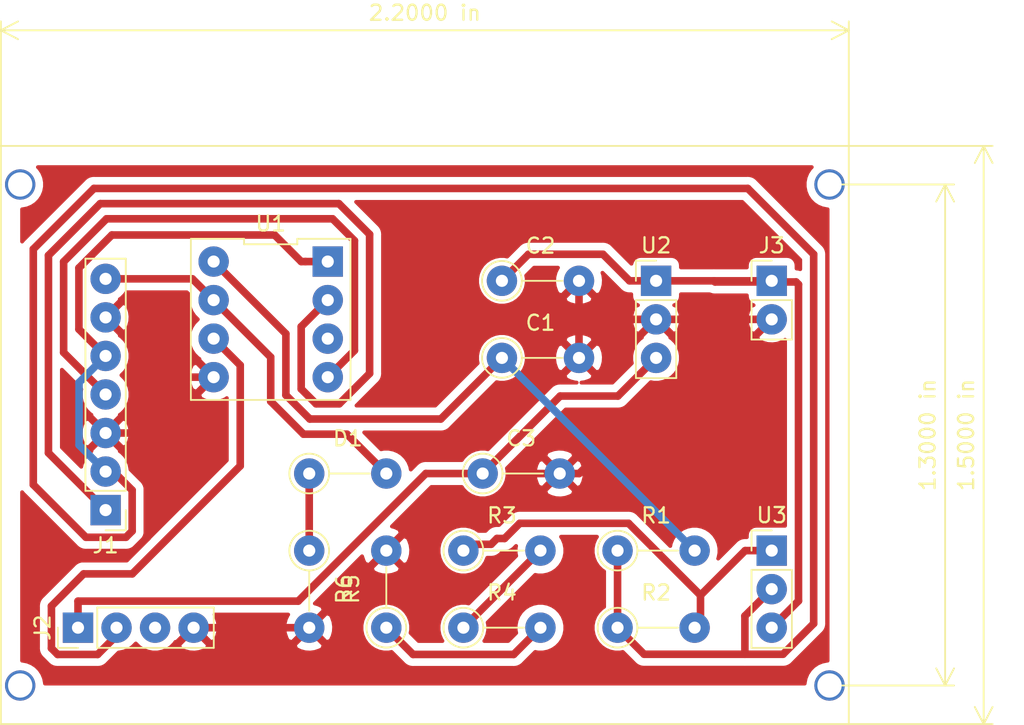
<source format=kicad_pcb>
(kicad_pcb (version 20171130) (host pcbnew "(5.1.5)-3")

  (general
    (thickness 1.6)
    (drawings 11)
    (tracks 144)
    (zones 0)
    (modules 16)
    (nets 16)
  )

  (page A4)
  (layers
    (0 F.Cu signal)
    (31 B.Cu signal)
    (32 B.Adhes user)
    (33 F.Adhes user)
    (34 B.Paste user)
    (35 F.Paste user)
    (36 B.SilkS user)
    (37 F.SilkS user)
    (38 B.Mask user)
    (39 F.Mask user)
    (40 Dwgs.User user)
    (41 Cmts.User user)
    (42 Eco1.User user)
    (43 Eco2.User user)
    (44 Edge.Cuts user)
    (45 Margin user)
    (46 B.CrtYd user)
    (47 F.CrtYd user)
    (48 B.Fab user)
    (49 F.Fab user)
  )

  (setup
    (last_trace_width 0.5)
    (user_trace_width 0.25)
    (user_trace_width 0.5)
    (user_trace_width 1)
    (user_trace_width 1.5)
    (trace_clearance 0.5)
    (zone_clearance 0.508)
    (zone_45_only no)
    (trace_min 0.2)
    (via_size 1.6)
    (via_drill 0.8)
    (via_min_size 0.4)
    (via_min_drill 0.3)
    (user_via 1.2 0.8)
    (user_via 1.6 0.8)
    (user_via 2 1.6)
    (uvia_size 0.3)
    (uvia_drill 0.1)
    (uvias_allowed no)
    (uvia_min_size 0.2)
    (uvia_min_drill 0.1)
    (edge_width 0.05)
    (segment_width 0.2)
    (pcb_text_width 0.3)
    (pcb_text_size 1.5 1.5)
    (mod_edge_width 0.12)
    (mod_text_size 1 1)
    (mod_text_width 0.15)
    (pad_size 1.524 1.524)
    (pad_drill 0.762)
    (pad_to_mask_clearance 0.051)
    (solder_mask_min_width 0.25)
    (aux_axis_origin 0 0)
    (grid_origin 101.6 71.12)
    (visible_elements 7FFFFFFF)
    (pcbplotparams
      (layerselection 0x010fc_ffffffff)
      (usegerberextensions false)
      (usegerberattributes false)
      (usegerberadvancedattributes false)
      (creategerberjobfile false)
      (excludeedgelayer true)
      (linewidth 0.100000)
      (plotframeref false)
      (viasonmask false)
      (mode 1)
      (useauxorigin false)
      (hpglpennumber 1)
      (hpglpenspeed 20)
      (hpglpendiameter 15.000000)
      (psnegative false)
      (psa4output false)
      (plotreference true)
      (plotvalue true)
      (plotinvisibletext false)
      (padsonsilk false)
      (subtractmaskfromsilk false)
      (outputformat 1)
      (mirror false)
      (drillshape 1)
      (scaleselection 1)
      (outputdirectory ""))
  )

  (net 0 "")
  (net 1 "Net-(C1-Pad1)")
  (net 2 GND)
  (net 3 VCC)
  (net 4 "Net-(C3-Pad1)")
  (net 5 "Net-(J1-Pad2)")
  (net 6 "Net-(J1-Pad4)")
  (net 7 "Net-(J2-Pad2)")
  (net 8 "Net-(J2-Pad3)")
  (net 9 "Net-(R2-Pad2)")
  (net 10 "Net-(R3-Pad2)")
  (net 11 "Net-(R4-Pad2)")
  (net 12 "Net-(U1-Pad6)")
  (net 13 "Net-(J1-Pad1)")
  (net 14 "Net-(D1-Pad1)")
  (net 15 "Net-(D1-Pad2)")

  (net_class Default "Это класс цепей по умолчанию."
    (clearance 0.5)
    (trace_width 0.5)
    (via_dia 1.6)
    (via_drill 0.8)
    (uvia_dia 0.3)
    (uvia_drill 0.1)
    (add_net GND)
    (add_net "Net-(C1-Pad1)")
    (add_net "Net-(C3-Pad1)")
    (add_net "Net-(D1-Pad1)")
    (add_net "Net-(D1-Pad2)")
    (add_net "Net-(J1-Pad1)")
    (add_net "Net-(J1-Pad2)")
    (add_net "Net-(J1-Pad4)")
    (add_net "Net-(J2-Pad2)")
    (add_net "Net-(J2-Pad3)")
    (add_net "Net-(R2-Pad2)")
    (add_net "Net-(R3-Pad2)")
    (add_net "Net-(R4-Pad2)")
    (add_net "Net-(U1-Pad6)")
    (add_net VCC)
  )

  (net_class 025 ""
    (clearance 0.5)
    (trace_width 0.25)
    (via_dia 1.6)
    (via_drill 0.8)
    (uvia_dia 0.3)
    (uvia_drill 0.1)
  )

  (net_class 100 ""
    (clearance 0.5)
    (trace_width 1)
    (via_dia 1.6)
    (via_drill 0.8)
    (uvia_dia 0.3)
    (uvia_drill 0.1)
  )

  (net_class 150 ""
    (clearance 0.5)
    (trace_width 1.5)
    (via_dia 1.6)
    (via_drill 0.8)
    (uvia_dia 0.3)
    (uvia_drill 0.1)
  )

  (module transmitter:R_my_5_08 (layer F.Cu) (tedit 5E1102D6) (tstamp 5E1F31FA)
    (at 121.92 97.79 270)
    (descr "Resistor, Axial_DIN0207 series, Axial, Vertical, pin pitch=5.08mm, 0.25W = 1/4W, length*diameter=6.3*2.5mm^2, http://cdn-reichelt.de/documents/datenblatt/B400/1_4W%23YAG.pdf")
    (tags "Resistor Axial_DIN0207 series Axial Vertical pin pitch 5.08mm 0.25W = 1/4W length 6.3mm diameter 2.5mm")
    (path /5E1FE7AA)
    (fp_text reference R6 (at 2.54 -2.31 90) (layer F.SilkS)
      (effects (font (size 1 1) (thickness 0.15)))
    )
    (fp_text value 220 (at 2.54 2.31 90) (layer F.Fab)
      (effects (font (size 1 1) (thickness 0.15)))
    )
    (fp_circle (center 0 0) (end 1.25 0) (layer F.Fab) (width 0.1))
    (fp_circle (center 0 0) (end 1.31 0) (layer F.SilkS) (width 0.12))
    (fp_line (start 0 0) (end 5.08 0) (layer F.Fab) (width 0.1))
    (fp_line (start 1.31 0) (end 3.98 0) (layer F.SilkS) (width 0.12))
    (fp_line (start -1.6 -1.6) (end -1.6 1.6) (layer F.CrtYd) (width 0.05))
    (fp_line (start -1.6 1.6) (end 6.2 1.6) (layer F.CrtYd) (width 0.05))
    (fp_line (start 6.2 1.6) (end 6.2 -1.6) (layer F.CrtYd) (width 0.05))
    (fp_line (start 6.2 -1.6) (end -1.6 -1.6) (layer F.CrtYd) (width 0.05))
    (pad 1 thru_hole circle (at 0 0 270) (size 2 2) (drill 0.8) (layers *.Cu *.Mask)
      (net 14 "Net-(D1-Pad1)"))
    (pad 2 thru_hole circle (at 5.08 0 270) (size 2 2) (drill 0.8) (layers *.Cu *.Mask)
      (net 2 GND))
    (model ${KISYS3DMOD}/Resistors_THT.3dshapes/R_Axial_DIN0207_L6.3mm_D2.5mm_P5.08mm_Vertical.wrl
      (at (xyz 0 0 0))
      (scale (xyz 0.393701 0.393701 0.393701))
      (rotate (xyz 0 0 0))
    )
  )

  (module transmitter:R_my_5_08 (layer F.Cu) (tedit 5E1102D6) (tstamp 5E1F30E4)
    (at 121.92 92.71)
    (descr "Resistor, Axial_DIN0207 series, Axial, Vertical, pin pitch=5.08mm, 0.25W = 1/4W, length*diameter=6.3*2.5mm^2, http://cdn-reichelt.de/documents/datenblatt/B400/1_4W%23YAG.pdf")
    (tags "Resistor Axial_DIN0207 series Axial Vertical pin pitch 5.08mm 0.25W = 1/4W length 6.3mm diameter 2.5mm")
    (path /5E1F5D0B)
    (fp_text reference D1 (at 2.54 -2.31) (layer F.SilkS)
      (effects (font (size 1 1) (thickness 0.15)))
    )
    (fp_text value LED (at 2.54 2.31) (layer F.Fab)
      (effects (font (size 1 1) (thickness 0.15)))
    )
    (fp_circle (center 0 0) (end 1.25 0) (layer F.Fab) (width 0.1))
    (fp_circle (center 0 0) (end 1.31 0) (layer F.SilkS) (width 0.12))
    (fp_line (start 0 0) (end 5.08 0) (layer F.Fab) (width 0.1))
    (fp_line (start 1.31 0) (end 3.98 0) (layer F.SilkS) (width 0.12))
    (fp_line (start -1.6 -1.6) (end -1.6 1.6) (layer F.CrtYd) (width 0.05))
    (fp_line (start -1.6 1.6) (end 6.2 1.6) (layer F.CrtYd) (width 0.05))
    (fp_line (start 6.2 1.6) (end 6.2 -1.6) (layer F.CrtYd) (width 0.05))
    (fp_line (start 6.2 -1.6) (end -1.6 -1.6) (layer F.CrtYd) (width 0.05))
    (pad 1 thru_hole circle (at 0 0) (size 2 2) (drill 0.8) (layers *.Cu *.Mask)
      (net 14 "Net-(D1-Pad1)"))
    (pad 2 thru_hole circle (at 5.08 0) (size 2 2) (drill 0.8) (layers *.Cu *.Mask)
      (net 15 "Net-(D1-Pad2)"))
    (model ${KISYS3DMOD}/Resistors_THT.3dshapes/R_Axial_DIN0207_L6.3mm_D2.5mm_P5.08mm_Vertical.wrl
      (at (xyz 0 0 0))
      (scale (xyz 0.393701 0.393701 0.393701))
      (rotate (xyz 0 0 0))
    )
  )

  (module transmitter:Socket_3_My (layer F.Cu) (tedit 5E1105F6) (tstamp 5E1602F6)
    (at 152.4 97.79)
    (descr "Through hole straight socket strip, 1x03, 2.54mm pitch, single row")
    (tags "Through hole socket strip THT 1x03 2.54mm single row")
    (path /5E12E481)
    (fp_text reference U3 (at 0 -2.33) (layer F.SilkS)
      (effects (font (size 1 1) (thickness 0.15)))
    )
    (fp_text value LM317_3PinPackage (at 0 7.41) (layer F.Fab)
      (effects (font (size 1 1) (thickness 0.15)))
    )
    (fp_line (start -1.27 -1.27) (end -1.27 6.35) (layer F.Fab) (width 0.1))
    (fp_line (start -1.27 6.35) (end 1.27 6.35) (layer F.Fab) (width 0.1))
    (fp_line (start 1.27 6.35) (end 1.27 -1.27) (layer F.Fab) (width 0.1))
    (fp_line (start 1.27 -1.27) (end -1.27 -1.27) (layer F.Fab) (width 0.1))
    (fp_line (start -1.33 1.27) (end -1.33 6.41) (layer F.SilkS) (width 0.12))
    (fp_line (start -1.33 6.41) (end 1.33 6.41) (layer F.SilkS) (width 0.12))
    (fp_line (start 1.33 6.41) (end 1.33 1.27) (layer F.SilkS) (width 0.12))
    (fp_line (start 1.33 1.27) (end -1.33 1.27) (layer F.SilkS) (width 0.12))
    (fp_line (start -1.33 0) (end -1.33 -1.33) (layer F.SilkS) (width 0.12))
    (fp_line (start -1.33 -1.33) (end 0 -1.33) (layer F.SilkS) (width 0.12))
    (fp_line (start -1.8 -1.8) (end -1.8 6.85) (layer F.CrtYd) (width 0.05))
    (fp_line (start -1.8 6.85) (end 1.8 6.85) (layer F.CrtYd) (width 0.05))
    (fp_line (start 1.8 6.85) (end 1.8 -1.8) (layer F.CrtYd) (width 0.05))
    (fp_line (start 1.8 -1.8) (end -1.8 -1.8) (layer F.CrtYd) (width 0.05))
    (fp_text user %R (at 0 -2.33) (layer F.Fab)
      (effects (font (size 1 1) (thickness 0.15)))
    )
    (pad 1 thru_hole rect (at 0 0) (size 2 2) (drill 0.8) (layers *.Cu *.Mask)
      (net 9 "Net-(R2-Pad2)"))
    (pad 2 thru_hole circle (at 0 2.54) (size 2 2) (drill 0.8) (layers *.Cu *.Mask)
      (net 5 "Net-(J1-Pad2)"))
    (pad 3 thru_hole circle (at 0 5.08) (size 2 2) (drill 0.8) (layers *.Cu *.Mask)
      (net 3 VCC))
    (model ${KISYS3DMOD}/Socket_Strips.3dshapes/Socket_Strip_Straight_1x03_Pitch2.54mm.wrl
      (offset (xyz 0 -2.539999961853027 0))
      (scale (xyz 1 1 1))
      (rotate (xyz 0 0 270))
    )
  )

  (module transmitter:Socket_3_My (layer F.Cu) (tedit 5E1105F6) (tstamp 5E1603D1)
    (at 144.78 80.01)
    (descr "Through hole straight socket strip, 1x03, 2.54mm pitch, single row")
    (tags "Through hole socket strip THT 1x03 2.54mm single row")
    (path /5E12EB44)
    (fp_text reference U2 (at 0 -2.33) (layer F.SilkS)
      (effects (font (size 1 1) (thickness 0.15)))
    )
    (fp_text value L7805 (at 0 7.41) (layer F.Fab)
      (effects (font (size 1 1) (thickness 0.15)))
    )
    (fp_line (start -1.27 -1.27) (end -1.27 6.35) (layer F.Fab) (width 0.1))
    (fp_line (start -1.27 6.35) (end 1.27 6.35) (layer F.Fab) (width 0.1))
    (fp_line (start 1.27 6.35) (end 1.27 -1.27) (layer F.Fab) (width 0.1))
    (fp_line (start 1.27 -1.27) (end -1.27 -1.27) (layer F.Fab) (width 0.1))
    (fp_line (start -1.33 1.27) (end -1.33 6.41) (layer F.SilkS) (width 0.12))
    (fp_line (start -1.33 6.41) (end 1.33 6.41) (layer F.SilkS) (width 0.12))
    (fp_line (start 1.33 6.41) (end 1.33 1.27) (layer F.SilkS) (width 0.12))
    (fp_line (start 1.33 1.27) (end -1.33 1.27) (layer F.SilkS) (width 0.12))
    (fp_line (start -1.33 0) (end -1.33 -1.33) (layer F.SilkS) (width 0.12))
    (fp_line (start -1.33 -1.33) (end 0 -1.33) (layer F.SilkS) (width 0.12))
    (fp_line (start -1.8 -1.8) (end -1.8 6.85) (layer F.CrtYd) (width 0.05))
    (fp_line (start -1.8 6.85) (end 1.8 6.85) (layer F.CrtYd) (width 0.05))
    (fp_line (start 1.8 6.85) (end 1.8 -1.8) (layer F.CrtYd) (width 0.05))
    (fp_line (start 1.8 -1.8) (end -1.8 -1.8) (layer F.CrtYd) (width 0.05))
    (fp_text user %R (at 0 -2.33) (layer F.Fab)
      (effects (font (size 1 1) (thickness 0.15)))
    )
    (pad 1 thru_hole rect (at 0 0) (size 2 2) (drill 0.8) (layers *.Cu *.Mask)
      (net 3 VCC))
    (pad 2 thru_hole circle (at 0 2.54) (size 2 2) (drill 0.8) (layers *.Cu *.Mask)
      (net 2 GND))
    (pad 3 thru_hole circle (at 0 5.08) (size 2 2) (drill 0.8) (layers *.Cu *.Mask)
      (net 4 "Net-(C3-Pad1)"))
    (model ${KISYS3DMOD}/Socket_Strips.3dshapes/Socket_Strip_Straight_1x03_Pitch2.54mm.wrl
      (offset (xyz 0 -2.539999961853027 0))
      (scale (xyz 1 1 1))
      (rotate (xyz 0 0 270))
    )
  )

  (module transmitter:DIP-8_296 (layer F.Cu) (tedit 5E1103BC) (tstamp 5E160250)
    (at 119.38 82.55 270)
    (path /5E124958)
    (fp_text reference U1 (at -6.31 0) (layer F.SilkS)
      (effects (font (size 1 1) (thickness 0.15)))
    )
    (fp_text value ATtiny45-20PU (at 0 0 90) (layer F.Fab)
      (effects (font (size 1 1) (thickness 0.15)))
    )
    (fp_line (start -5.06 5.01) (end -5.06 -5.01) (layer F.CrtYd) (width 0.05))
    (fp_line (start 5.06 5.01) (end -5.06 5.01) (layer F.CrtYd) (width 0.05))
    (fp_line (start 5.06 -5.01) (end 5.06 5.01) (layer F.CrtYd) (width 0.05))
    (fp_line (start -5.06 -5.01) (end 5.06 -5.01) (layer F.CrtYd) (width 0.05))
    (fp_line (start -5.31 1.753333) (end -5.31 5.26) (layer F.SilkS) (width 0.12))
    (fp_line (start -4.95 1.753333) (end -5.31 1.753333) (layer F.SilkS) (width 0.12))
    (fp_line (start -4.95 -1.753333) (end -4.95 1.753333) (layer F.SilkS) (width 0.12))
    (fp_line (start -5.31 -1.753333) (end -4.95 -1.753333) (layer F.SilkS) (width 0.12))
    (fp_line (start -5.31 -5.26) (end -5.31 -1.753333) (layer F.SilkS) (width 0.12))
    (fp_line (start 5.31 -5.26) (end -5.31 -5.26) (layer F.SilkS) (width 0.12))
    (fp_line (start 5.31 5.26) (end 5.31 -5.26) (layer F.SilkS) (width 0.12))
    (fp_line (start -5.31 5.26) (end 5.31 5.26) (layer F.SilkS) (width 0.12))
    (pad 4 thru_hole circle (at 3.81 3.76 270) (size 2 2) (drill 0.8) (layers *.Cu *.Mask)
      (net 2 GND))
    (pad 5 thru_hole circle (at 3.81 -3.76 270) (size 2 2) (drill 0.8) (layers *.Cu *.Mask)
      (net 6 "Net-(J1-Pad4)"))
    (pad 3 thru_hole circle (at 1.27 3.76 270) (size 2 2) (drill 0.8) (layers *.Cu *.Mask)
      (net 7 "Net-(J2-Pad2)"))
    (pad 6 thru_hole circle (at 1.27 -3.76 270) (size 2 2) (drill 0.8) (layers *.Cu *.Mask)
      (net 12 "Net-(U1-Pad6)"))
    (pad 2 thru_hole circle (at -1.27 3.76 270) (size 2 2) (drill 0.8) (layers *.Cu *.Mask)
      (net 15 "Net-(D1-Pad2)"))
    (pad 7 thru_hole circle (at -1.27 -3.76 270) (size 2 2) (drill 0.8) (layers *.Cu *.Mask)
      (net 13 "Net-(J1-Pad1)"))
    (pad 1 thru_hole circle (at -3.81 3.76 270) (size 2 2) (drill 0.8) (layers *.Cu *.Mask)
      (net 1 "Net-(C1-Pad1)"))
    (pad 8 thru_hole rect (at -3.81 -3.76 270) (size 2 2) (drill 0.8) (layers *.Cu *.Mask)
      (net 5 "Net-(J1-Pad2)"))
  )

  (module transmitter:R_my_5_08 (layer F.Cu) (tedit 5E1102D6) (tstamp 5E1603A2)
    (at 127 102.87 90)
    (descr "Resistor, Axial_DIN0207 series, Axial, Vertical, pin pitch=5.08mm, 0.25W = 1/4W, length*diameter=6.3*2.5mm^2, http://cdn-reichelt.de/documents/datenblatt/B400/1_4W%23YAG.pdf")
    (tags "Resistor Axial_DIN0207 series Axial Vertical pin pitch 5.08mm 0.25W = 1/4W length 6.3mm diameter 2.5mm")
    (path /5E130AB8)
    (fp_text reference R5 (at 2.54 -2.31 90) (layer F.SilkS)
      (effects (font (size 1 1) (thickness 0.15)))
    )
    (fp_text value 1K (at 2.54 2.31 90) (layer F.Fab)
      (effects (font (size 1 1) (thickness 0.15)))
    )
    (fp_circle (center 0 0) (end 1.25 0) (layer F.Fab) (width 0.1))
    (fp_circle (center 0 0) (end 1.31 0) (layer F.SilkS) (width 0.12))
    (fp_line (start 0 0) (end 5.08 0) (layer F.Fab) (width 0.1))
    (fp_line (start 1.31 0) (end 3.98 0) (layer F.SilkS) (width 0.12))
    (fp_line (start -1.6 -1.6) (end -1.6 1.6) (layer F.CrtYd) (width 0.05))
    (fp_line (start -1.6 1.6) (end 6.2 1.6) (layer F.CrtYd) (width 0.05))
    (fp_line (start 6.2 1.6) (end 6.2 -1.6) (layer F.CrtYd) (width 0.05))
    (fp_line (start 6.2 -1.6) (end -1.6 -1.6) (layer F.CrtYd) (width 0.05))
    (pad 1 thru_hole circle (at 0 0 90) (size 2 2) (drill 0.8) (layers *.Cu *.Mask)
      (net 11 "Net-(R4-Pad2)"))
    (pad 2 thru_hole circle (at 5.08 0 90) (size 2 2) (drill 0.8) (layers *.Cu *.Mask)
      (net 2 GND))
    (model ${KISYS3DMOD}/Resistors_THT.3dshapes/R_Axial_DIN0207_L6.3mm_D2.5mm_P5.08mm_Vertical.wrl
      (at (xyz 0 0 0))
      (scale (xyz 0.393701 0.393701 0.393701))
      (rotate (xyz 0 0 0))
    )
  )

  (module transmitter:R_my_5_08 (layer F.Cu) (tedit 5E1102D6) (tstamp 5E16037B)
    (at 132.08 102.87)
    (descr "Resistor, Axial_DIN0207 series, Axial, Vertical, pin pitch=5.08mm, 0.25W = 1/4W, length*diameter=6.3*2.5mm^2, http://cdn-reichelt.de/documents/datenblatt/B400/1_4W%23YAG.pdf")
    (tags "Resistor Axial_DIN0207 series Axial Vertical pin pitch 5.08mm 0.25W = 1/4W length 6.3mm diameter 2.5mm")
    (path /5E130467)
    (fp_text reference R4 (at 2.54 -2.31) (layer F.SilkS)
      (effects (font (size 1 1) (thickness 0.15)))
    )
    (fp_text value 1K (at 2.54 2.31) (layer F.Fab)
      (effects (font (size 1 1) (thickness 0.15)))
    )
    (fp_circle (center 0 0) (end 1.25 0) (layer F.Fab) (width 0.1))
    (fp_circle (center 0 0) (end 1.31 0) (layer F.SilkS) (width 0.12))
    (fp_line (start 0 0) (end 5.08 0) (layer F.Fab) (width 0.1))
    (fp_line (start 1.31 0) (end 3.98 0) (layer F.SilkS) (width 0.12))
    (fp_line (start -1.6 -1.6) (end -1.6 1.6) (layer F.CrtYd) (width 0.05))
    (fp_line (start -1.6 1.6) (end 6.2 1.6) (layer F.CrtYd) (width 0.05))
    (fp_line (start 6.2 1.6) (end 6.2 -1.6) (layer F.CrtYd) (width 0.05))
    (fp_line (start 6.2 -1.6) (end -1.6 -1.6) (layer F.CrtYd) (width 0.05))
    (pad 1 thru_hole circle (at 0 0) (size 2 2) (drill 0.8) (layers *.Cu *.Mask)
      (net 10 "Net-(R3-Pad2)"))
    (pad 2 thru_hole circle (at 5.08 0) (size 2 2) (drill 0.8) (layers *.Cu *.Mask)
      (net 11 "Net-(R4-Pad2)"))
    (model ${KISYS3DMOD}/Resistors_THT.3dshapes/R_Axial_DIN0207_L6.3mm_D2.5mm_P5.08mm_Vertical.wrl
      (at (xyz 0 0 0))
      (scale (xyz 0.393701 0.393701 0.393701))
      (rotate (xyz 0 0 0))
    )
  )

  (module transmitter:R_my_5_08 (layer F.Cu) (tedit 5E1102D6) (tstamp 5E160354)
    (at 132.08 97.79)
    (descr "Resistor, Axial_DIN0207 series, Axial, Vertical, pin pitch=5.08mm, 0.25W = 1/4W, length*diameter=6.3*2.5mm^2, http://cdn-reichelt.de/documents/datenblatt/B400/1_4W%23YAG.pdf")
    (tags "Resistor Axial_DIN0207 series Axial Vertical pin pitch 5.08mm 0.25W = 1/4W length 6.3mm diameter 2.5mm")
    (path /5E12FE55)
    (fp_text reference R3 (at 2.54 -2.31) (layer F.SilkS)
      (effects (font (size 1 1) (thickness 0.15)))
    )
    (fp_text value 1K (at 2.54 2.31) (layer F.Fab)
      (effects (font (size 1 1) (thickness 0.15)))
    )
    (fp_circle (center 0 0) (end 1.25 0) (layer F.Fab) (width 0.1))
    (fp_circle (center 0 0) (end 1.31 0) (layer F.SilkS) (width 0.12))
    (fp_line (start 0 0) (end 5.08 0) (layer F.Fab) (width 0.1))
    (fp_line (start 1.31 0) (end 3.98 0) (layer F.SilkS) (width 0.12))
    (fp_line (start -1.6 -1.6) (end -1.6 1.6) (layer F.CrtYd) (width 0.05))
    (fp_line (start -1.6 1.6) (end 6.2 1.6) (layer F.CrtYd) (width 0.05))
    (fp_line (start 6.2 1.6) (end 6.2 -1.6) (layer F.CrtYd) (width 0.05))
    (fp_line (start 6.2 -1.6) (end -1.6 -1.6) (layer F.CrtYd) (width 0.05))
    (pad 1 thru_hole circle (at 0 0) (size 2 2) (drill 0.8) (layers *.Cu *.Mask)
      (net 9 "Net-(R2-Pad2)"))
    (pad 2 thru_hole circle (at 5.08 0) (size 2 2) (drill 0.8) (layers *.Cu *.Mask)
      (net 10 "Net-(R3-Pad2)"))
    (model ${KISYS3DMOD}/Resistors_THT.3dshapes/R_Axial_DIN0207_L6.3mm_D2.5mm_P5.08mm_Vertical.wrl
      (at (xyz 0 0 0))
      (scale (xyz 0.393701 0.393701 0.393701))
      (rotate (xyz 0 0 0))
    )
  )

  (module transmitter:R_my_5_08 (layer F.Cu) (tedit 5E1102D6) (tstamp 5E16032D)
    (at 142.24 102.87)
    (descr "Resistor, Axial_DIN0207 series, Axial, Vertical, pin pitch=5.08mm, 0.25W = 1/4W, length*diameter=6.3*2.5mm^2, http://cdn-reichelt.de/documents/datenblatt/B400/1_4W%23YAG.pdf")
    (tags "Resistor Axial_DIN0207 series Axial Vertical pin pitch 5.08mm 0.25W = 1/4W length 6.3mm diameter 2.5mm")
    (path /5E12F790)
    (fp_text reference R2 (at 2.54 -2.31) (layer F.SilkS)
      (effects (font (size 1 1) (thickness 0.15)))
    )
    (fp_text value 1K (at 2.54 2.31) (layer F.Fab)
      (effects (font (size 1 1) (thickness 0.15)))
    )
    (fp_circle (center 0 0) (end 1.25 0) (layer F.Fab) (width 0.1))
    (fp_circle (center 0 0) (end 1.31 0) (layer F.SilkS) (width 0.12))
    (fp_line (start 0 0) (end 5.08 0) (layer F.Fab) (width 0.1))
    (fp_line (start 1.31 0) (end 3.98 0) (layer F.SilkS) (width 0.12))
    (fp_line (start -1.6 -1.6) (end -1.6 1.6) (layer F.CrtYd) (width 0.05))
    (fp_line (start -1.6 1.6) (end 6.2 1.6) (layer F.CrtYd) (width 0.05))
    (fp_line (start 6.2 1.6) (end 6.2 -1.6) (layer F.CrtYd) (width 0.05))
    (fp_line (start 6.2 -1.6) (end -1.6 -1.6) (layer F.CrtYd) (width 0.05))
    (pad 1 thru_hole circle (at 0 0) (size 2 2) (drill 0.8) (layers *.Cu *.Mask)
      (net 5 "Net-(J1-Pad2)"))
    (pad 2 thru_hole circle (at 5.08 0) (size 2 2) (drill 0.8) (layers *.Cu *.Mask)
      (net 9 "Net-(R2-Pad2)"))
    (model ${KISYS3DMOD}/Resistors_THT.3dshapes/R_Axial_DIN0207_L6.3mm_D2.5mm_P5.08mm_Vertical.wrl
      (at (xyz 0 0 0))
      (scale (xyz 0.393701 0.393701 0.393701))
      (rotate (xyz 0 0 0))
    )
  )

  (module transmitter:R_my_5_08 (layer F.Cu) (tedit 5E1102D6) (tstamp 5E16028B)
    (at 142.24 97.79)
    (descr "Resistor, Axial_DIN0207 series, Axial, Vertical, pin pitch=5.08mm, 0.25W = 1/4W, length*diameter=6.3*2.5mm^2, http://cdn-reichelt.de/documents/datenblatt/B400/1_4W%23YAG.pdf")
    (tags "Resistor Axial_DIN0207 series Axial Vertical pin pitch 5.08mm 0.25W = 1/4W length 6.3mm diameter 2.5mm")
    (path /5E136EED)
    (fp_text reference R1 (at 2.54 -2.31) (layer F.SilkS)
      (effects (font (size 1 1) (thickness 0.15)))
    )
    (fp_text value 10K (at 2.54 2.31) (layer F.Fab)
      (effects (font (size 1 1) (thickness 0.15)))
    )
    (fp_circle (center 0 0) (end 1.25 0) (layer F.Fab) (width 0.1))
    (fp_circle (center 0 0) (end 1.31 0) (layer F.SilkS) (width 0.12))
    (fp_line (start 0 0) (end 5.08 0) (layer F.Fab) (width 0.1))
    (fp_line (start 1.31 0) (end 3.98 0) (layer F.SilkS) (width 0.12))
    (fp_line (start -1.6 -1.6) (end -1.6 1.6) (layer F.CrtYd) (width 0.05))
    (fp_line (start -1.6 1.6) (end 6.2 1.6) (layer F.CrtYd) (width 0.05))
    (fp_line (start 6.2 1.6) (end 6.2 -1.6) (layer F.CrtYd) (width 0.05))
    (fp_line (start 6.2 -1.6) (end -1.6 -1.6) (layer F.CrtYd) (width 0.05))
    (pad 1 thru_hole circle (at 0 0) (size 2 2) (drill 0.8) (layers *.Cu *.Mask)
      (net 5 "Net-(J1-Pad2)"))
    (pad 2 thru_hole circle (at 5.08 0) (size 2 2) (drill 0.8) (layers *.Cu *.Mask)
      (net 1 "Net-(C1-Pad1)"))
    (model ${KISYS3DMOD}/Resistors_THT.3dshapes/R_Axial_DIN0207_L6.3mm_D2.5mm_P5.08mm_Vertical.wrl
      (at (xyz 0 0 0))
      (scale (xyz 0.393701 0.393701 0.393701))
      (rotate (xyz 0 0 0))
    )
  )

  (module transmitter:Socket_2_My (layer F.Cu) (tedit 5E1107C1) (tstamp 5E1602B9)
    (at 152.4 80.01)
    (descr "Through hole straight socket strip, 1x02, 2.54mm pitch, single row")
    (tags "Through hole socket strip THT 1x02 2.54mm single row")
    (path /5E13F173)
    (fp_text reference J3 (at 0 -2.33) (layer F.SilkS)
      (effects (font (size 1 1) (thickness 0.15)))
    )
    (fp_text value PWR (at 0 4.87) (layer F.Fab)
      (effects (font (size 1 1) (thickness 0.15)))
    )
    (fp_line (start -1.27 -1.27) (end -1.27 3.81) (layer F.Fab) (width 0.1))
    (fp_line (start -1.27 3.81) (end 1.27 3.81) (layer F.Fab) (width 0.1))
    (fp_line (start 1.27 3.81) (end 1.27 -1.27) (layer F.Fab) (width 0.1))
    (fp_line (start 1.27 -1.27) (end -1.27 -1.27) (layer F.Fab) (width 0.1))
    (fp_line (start -1.33 1.27) (end -1.33 3.87) (layer F.SilkS) (width 0.12))
    (fp_line (start -1.33 3.87) (end 1.33 3.87) (layer F.SilkS) (width 0.12))
    (fp_line (start 1.33 3.87) (end 1.33 1.27) (layer F.SilkS) (width 0.12))
    (fp_line (start 1.33 1.27) (end -1.33 1.27) (layer F.SilkS) (width 0.12))
    (fp_line (start -1.33 0) (end -1.33 -1.33) (layer F.SilkS) (width 0.12))
    (fp_line (start -1.33 -1.33) (end 0 -1.33) (layer F.SilkS) (width 0.12))
    (fp_line (start -1.8 -1.8) (end -1.8 4.35) (layer F.CrtYd) (width 0.05))
    (fp_line (start -1.8 4.35) (end 1.8 4.35) (layer F.CrtYd) (width 0.05))
    (fp_line (start 1.8 4.35) (end 1.8 -1.8) (layer F.CrtYd) (width 0.05))
    (fp_line (start 1.8 -1.8) (end -1.8 -1.8) (layer F.CrtYd) (width 0.05))
    (fp_text user %R (at 0 -2.33) (layer F.Fab)
      (effects (font (size 1 1) (thickness 0.15)))
    )
    (pad 1 thru_hole rect (at 0 0) (size 2 2) (drill 0.8) (layers *.Cu *.Mask)
      (net 3 VCC))
    (pad 2 thru_hole circle (at 0 2.54) (size 2 2) (drill 0.8) (layers *.Cu *.Mask)
      (net 2 GND))
    (model ${KISYS3DMOD}/Socket_Strips.3dshapes/Socket_Strip_Straight_1x02_Pitch2.54mm.wrl
      (offset (xyz 0 -1.269999980926514 0))
      (scale (xyz 1 1 1))
      (rotate (xyz 0 0 270))
    )
  )

  (module reciver:Socket_Strip_Straight_1x04_Pitch2.54mm (layer F.Cu) (tedit 5E125888) (tstamp 5E16020D)
    (at 106.68 102.87 90)
    (descr "Through hole straight socket strip, 1x04, 2.54mm pitch, single row")
    (tags "Through hole socket strip THT 1x04 2.54mm single row")
    (path /5E125086)
    (fp_text reference J2 (at 0 -2.33 90) (layer F.SilkS)
      (effects (font (size 1 1) (thickness 0.15)))
    )
    (fp_text value XY-MK-5V (at 0 9.95 90) (layer F.Fab)
      (effects (font (size 1 1) (thickness 0.15)))
    )
    (fp_line (start -1.27 -1.27) (end -1.27 8.89) (layer F.Fab) (width 0.1))
    (fp_line (start -1.27 8.89) (end 1.27 8.89) (layer F.Fab) (width 0.1))
    (fp_line (start 1.27 8.89) (end 1.27 -1.27) (layer F.Fab) (width 0.1))
    (fp_line (start 1.27 -1.27) (end -1.27 -1.27) (layer F.Fab) (width 0.1))
    (fp_line (start -1.33 1.27) (end -1.33 8.95) (layer F.SilkS) (width 0.12))
    (fp_line (start -1.33 8.95) (end 1.33 8.95) (layer F.SilkS) (width 0.12))
    (fp_line (start 1.33 8.95) (end 1.33 1.27) (layer F.SilkS) (width 0.12))
    (fp_line (start 1.33 1.27) (end -1.33 1.27) (layer F.SilkS) (width 0.12))
    (fp_line (start -1.33 0) (end -1.33 -1.33) (layer F.SilkS) (width 0.12))
    (fp_line (start -1.33 -1.33) (end 0 -1.33) (layer F.SilkS) (width 0.12))
    (fp_line (start -1.8 -1.8) (end -1.8 9.4) (layer F.CrtYd) (width 0.05))
    (fp_line (start -1.8 9.4) (end 1.8 9.4) (layer F.CrtYd) (width 0.05))
    (fp_line (start 1.8 9.4) (end 1.8 -1.8) (layer F.CrtYd) (width 0.05))
    (fp_line (start 1.8 -1.8) (end -1.8 -1.8) (layer F.CrtYd) (width 0.05))
    (fp_text user %R (at 0 -2.33 90) (layer F.Fab)
      (effects (font (size 1 1) (thickness 0.15)))
    )
    (pad 1 thru_hole rect (at 0 0 90) (size 2 2) (drill 0.8) (layers *.Cu *.Mask)
      (net 4 "Net-(C3-Pad1)"))
    (pad 2 thru_hole circle (at 0 2.54 90) (size 2 2) (drill 0.8) (layers *.Cu *.Mask)
      (net 7 "Net-(J2-Pad2)"))
    (pad 3 thru_hole circle (at 0 5.08 90) (size 2 2) (drill 0.8) (layers *.Cu *.Mask)
      (net 8 "Net-(J2-Pad3)"))
    (pad 4 thru_hole circle (at 0 7.62 90) (size 2 2) (drill 0.8) (layers *.Cu *.Mask)
      (net 2 GND))
    (model ${KISYS3DMOD}/Socket_Strips.3dshapes/Socket_Strip_Straight_1x04_Pitch2.54mm.wrl
      (offset (xyz 0 -3.809999942779541 0))
      (scale (xyz 1 1 1))
      (rotate (xyz 0 0 270))
    )
  )

  (module reciver:Socket_My_7_Pitch2.54mm (layer F.Cu) (tedit 5E125942) (tstamp 5E16019E)
    (at 108.5 95.12 180)
    (descr "Through hole straight socket strip, 1x07, 2.54mm pitch, single row")
    (tags "Through hole socket strip THT 1x07 2.54mm single row")
    (path /5E13CBB0)
    (fp_text reference J1 (at 0 -2.33) (layer F.SilkS)
      (effects (font (size 1 1) (thickness 0.15)))
    )
    (fp_text value DRIVES (at 0 17.57) (layer F.Fab)
      (effects (font (size 1 1) (thickness 0.15)))
    )
    (fp_line (start -1.27 -1.27) (end -1.27 16.51) (layer F.Fab) (width 0.1))
    (fp_line (start -1.27 16.51) (end 1.27 16.51) (layer F.Fab) (width 0.1))
    (fp_line (start 1.27 16.51) (end 1.27 -1.27) (layer F.Fab) (width 0.1))
    (fp_line (start 1.27 -1.27) (end -1.27 -1.27) (layer F.Fab) (width 0.1))
    (fp_line (start -1.33 1.27) (end -1.33 16.57) (layer F.SilkS) (width 0.12))
    (fp_line (start -1.33 16.57) (end 1.33 16.57) (layer F.SilkS) (width 0.12))
    (fp_line (start 1.33 16.57) (end 1.33 1.27) (layer F.SilkS) (width 0.12))
    (fp_line (start 1.33 1.27) (end -1.33 1.27) (layer F.SilkS) (width 0.12))
    (fp_line (start -1.33 0) (end -1.33 -1.33) (layer F.SilkS) (width 0.12))
    (fp_line (start -1.33 -1.33) (end 0 -1.33) (layer F.SilkS) (width 0.12))
    (fp_line (start -1.8 -1.8) (end -1.8 17.05) (layer F.CrtYd) (width 0.05))
    (fp_line (start -1.8 17.05) (end 1.8 17.05) (layer F.CrtYd) (width 0.05))
    (fp_line (start 1.8 17.05) (end 1.8 -1.8) (layer F.CrtYd) (width 0.05))
    (fp_line (start 1.8 -1.8) (end -1.8 -1.8) (layer F.CrtYd) (width 0.05))
    (fp_text user %R (at 0 -2.33) (layer F.Fab)
      (effects (font (size 1 1) (thickness 0.15)))
    )
    (pad 1 thru_hole rect (at 0 0 180) (size 2 2) (drill 0.8) (layers *.Cu *.Mask)
      (net 13 "Net-(J1-Pad1)"))
    (pad 2 thru_hole circle (at 0 2.54 180) (size 2 2) (drill 0.8) (layers *.Cu *.Mask)
      (net 5 "Net-(J1-Pad2)"))
    (pad 3 thru_hole circle (at 0 5.08 180) (size 2 2) (drill 0.8) (layers *.Cu *.Mask)
      (net 2 GND))
    (pad 4 thru_hole circle (at 0 7.62 180) (size 2 2) (drill 0.8) (layers *.Cu *.Mask)
      (net 6 "Net-(J1-Pad4)"))
    (pad 5 thru_hole circle (at 0 10.16 180) (size 2 2) (drill 0.8) (layers *.Cu *.Mask)
      (net 5 "Net-(J1-Pad2)"))
    (pad 6 thru_hole circle (at 0 12.7 180) (size 2 2) (drill 0.8) (layers *.Cu *.Mask)
      (net 2 GND))
    (pad 7 thru_hole circle (at 0 15.24 180) (size 2 2) (drill 0.8) (layers *.Cu *.Mask)
      (net 15 "Net-(D1-Pad2)"))
    (model ${KISYS3DMOD}/Socket_Strips.3dshapes/Socket_Strip_Straight_1x07_Pitch2.54mm.wrl
      (offset (xyz 0 -7.619999885559082 0))
      (scale (xyz 1 1 1))
      (rotate (xyz 0 0 270))
    )
  )

  (module transmitter:R_my_5_08 (layer F.Cu) (tedit 5E1102D6) (tstamp 5E16016B)
    (at 133.35 92.71)
    (descr "Resistor, Axial_DIN0207 series, Axial, Vertical, pin pitch=5.08mm, 0.25W = 1/4W, length*diameter=6.3*2.5mm^2, http://cdn-reichelt.de/documents/datenblatt/B400/1_4W%23YAG.pdf")
    (tags "Resistor Axial_DIN0207 series Axial Vertical pin pitch 5.08mm 0.25W = 1/4W length 6.3mm diameter 2.5mm")
    (path /5E134844)
    (fp_text reference C3 (at 2.54 -2.31) (layer F.SilkS)
      (effects (font (size 1 1) (thickness 0.15)))
    )
    (fp_text value 100nF (at 2.54 2.31) (layer F.Fab)
      (effects (font (size 1 1) (thickness 0.15)))
    )
    (fp_circle (center 0 0) (end 1.25 0) (layer F.Fab) (width 0.1))
    (fp_circle (center 0 0) (end 1.31 0) (layer F.SilkS) (width 0.12))
    (fp_line (start 0 0) (end 5.08 0) (layer F.Fab) (width 0.1))
    (fp_line (start 1.31 0) (end 3.98 0) (layer F.SilkS) (width 0.12))
    (fp_line (start -1.6 -1.6) (end -1.6 1.6) (layer F.CrtYd) (width 0.05))
    (fp_line (start -1.6 1.6) (end 6.2 1.6) (layer F.CrtYd) (width 0.05))
    (fp_line (start 6.2 1.6) (end 6.2 -1.6) (layer F.CrtYd) (width 0.05))
    (fp_line (start 6.2 -1.6) (end -1.6 -1.6) (layer F.CrtYd) (width 0.05))
    (pad 1 thru_hole circle (at 0 0) (size 2 2) (drill 0.8) (layers *.Cu *.Mask)
      (net 4 "Net-(C3-Pad1)"))
    (pad 2 thru_hole circle (at 5.08 0) (size 2 2) (drill 0.8) (layers *.Cu *.Mask)
      (net 2 GND))
    (model ${KISYS3DMOD}/Resistors_THT.3dshapes/R_Axial_DIN0207_L6.3mm_D2.5mm_P5.08mm_Vertical.wrl
      (at (xyz 0 0 0))
      (scale (xyz 0.393701 0.393701 0.393701))
      (rotate (xyz 0 0 0))
    )
  )

  (module transmitter:R_my_5_08 (layer F.Cu) (tedit 5E1102D6) (tstamp 5E160144)
    (at 134.62 80.01)
    (descr "Resistor, Axial_DIN0207 series, Axial, Vertical, pin pitch=5.08mm, 0.25W = 1/4W, length*diameter=6.3*2.5mm^2, http://cdn-reichelt.de/documents/datenblatt/B400/1_4W%23YAG.pdf")
    (tags "Resistor Axial_DIN0207 series Axial Vertical pin pitch 5.08mm 0.25W = 1/4W length 6.3mm diameter 2.5mm")
    (path /5E13427F)
    (fp_text reference C2 (at 2.54 -2.31) (layer F.SilkS)
      (effects (font (size 1 1) (thickness 0.15)))
    )
    (fp_text value 0.33uF (at 2.54 2.31) (layer F.Fab)
      (effects (font (size 1 1) (thickness 0.15)))
    )
    (fp_circle (center 0 0) (end 1.25 0) (layer F.Fab) (width 0.1))
    (fp_circle (center 0 0) (end 1.31 0) (layer F.SilkS) (width 0.12))
    (fp_line (start 0 0) (end 5.08 0) (layer F.Fab) (width 0.1))
    (fp_line (start 1.31 0) (end 3.98 0) (layer F.SilkS) (width 0.12))
    (fp_line (start -1.6 -1.6) (end -1.6 1.6) (layer F.CrtYd) (width 0.05))
    (fp_line (start -1.6 1.6) (end 6.2 1.6) (layer F.CrtYd) (width 0.05))
    (fp_line (start 6.2 1.6) (end 6.2 -1.6) (layer F.CrtYd) (width 0.05))
    (fp_line (start 6.2 -1.6) (end -1.6 -1.6) (layer F.CrtYd) (width 0.05))
    (pad 1 thru_hole circle (at 0 0) (size 2 2) (drill 0.8) (layers *.Cu *.Mask)
      (net 3 VCC))
    (pad 2 thru_hole circle (at 5.08 0) (size 2 2) (drill 0.8) (layers *.Cu *.Mask)
      (net 2 GND))
    (model ${KISYS3DMOD}/Resistors_THT.3dshapes/R_Axial_DIN0207_L6.3mm_D2.5mm_P5.08mm_Vertical.wrl
      (at (xyz 0 0 0))
      (scale (xyz 0.393701 0.393701 0.393701))
      (rotate (xyz 0 0 0))
    )
  )

  (module transmitter:R_my_5_08 (layer F.Cu) (tedit 5E1102D6) (tstamp 5E1601DD)
    (at 134.62 85.09)
    (descr "Resistor, Axial_DIN0207 series, Axial, Vertical, pin pitch=5.08mm, 0.25W = 1/4W, length*diameter=6.3*2.5mm^2, http://cdn-reichelt.de/documents/datenblatt/B400/1_4W%23YAG.pdf")
    (tags "Resistor Axial_DIN0207 series Axial Vertical pin pitch 5.08mm 0.25W = 1/4W length 6.3mm diameter 2.5mm")
    (path /5E136D01)
    (fp_text reference C1 (at 2.54 -2.31) (layer F.SilkS)
      (effects (font (size 1 1) (thickness 0.15)))
    )
    (fp_text value 100nF (at 2.54 2.31) (layer F.Fab)
      (effects (font (size 1 1) (thickness 0.15)))
    )
    (fp_circle (center 0 0) (end 1.25 0) (layer F.Fab) (width 0.1))
    (fp_circle (center 0 0) (end 1.31 0) (layer F.SilkS) (width 0.12))
    (fp_line (start 0 0) (end 5.08 0) (layer F.Fab) (width 0.1))
    (fp_line (start 1.31 0) (end 3.98 0) (layer F.SilkS) (width 0.12))
    (fp_line (start -1.6 -1.6) (end -1.6 1.6) (layer F.CrtYd) (width 0.05))
    (fp_line (start -1.6 1.6) (end 6.2 1.6) (layer F.CrtYd) (width 0.05))
    (fp_line (start 6.2 1.6) (end 6.2 -1.6) (layer F.CrtYd) (width 0.05))
    (fp_line (start 6.2 -1.6) (end -1.6 -1.6) (layer F.CrtYd) (width 0.05))
    (pad 1 thru_hole circle (at 0 0) (size 2 2) (drill 0.8) (layers *.Cu *.Mask)
      (net 1 "Net-(C1-Pad1)"))
    (pad 2 thru_hole circle (at 5.08 0) (size 2 2) (drill 0.8) (layers *.Cu *.Mask)
      (net 2 GND))
    (model ${KISYS3DMOD}/Resistors_THT.3dshapes/R_Axial_DIN0207_L6.3mm_D2.5mm_P5.08mm_Vertical.wrl
      (at (xyz 0 0 0))
      (scale (xyz 0.393701 0.393701 0.393701))
      (rotate (xyz 0 0 0))
    )
  )

  (dimension 33.02 (width 0.12) (layer F.SilkS)
    (gr_text "33,020 мм" (at 165.1 90.17 90) (layer F.SilkS)
      (effects (font (size 1 1) (thickness 0.15)))
    )
    (feature1 (pts (xy 156.21 73.66) (xy 164.416421 73.66)))
    (feature2 (pts (xy 156.21 106.68) (xy 164.416421 106.68)))
    (crossbar (pts (xy 163.83 106.68) (xy 163.83 73.66)))
    (arrow1a (pts (xy 163.83 73.66) (xy 164.416421 74.786504)))
    (arrow1b (pts (xy 163.83 73.66) (xy 163.243579 74.786504)))
    (arrow2a (pts (xy 163.83 106.68) (xy 164.416421 105.553496)))
    (arrow2b (pts (xy 163.83 106.68) (xy 163.243579 105.553496)))
  )
  (dimension 38.1 (width 0.12) (layer F.SilkS)
    (gr_text "38,100 мм" (at 167.64 90.17 270) (layer F.SilkS)
      (effects (font (size 1 1) (thickness 0.15)))
    )
    (feature1 (pts (xy 157.48 109.22) (xy 166.956421 109.22)))
    (feature2 (pts (xy 157.48 71.12) (xy 166.956421 71.12)))
    (crossbar (pts (xy 166.37 71.12) (xy 166.37 109.22)))
    (arrow1a (pts (xy 166.37 109.22) (xy 165.783579 108.093496)))
    (arrow1b (pts (xy 166.37 109.22) (xy 166.956421 108.093496)))
    (arrow2a (pts (xy 166.37 71.12) (xy 165.783579 72.246504)))
    (arrow2b (pts (xy 166.37 71.12) (xy 166.956421 72.246504)))
  )
  (dimension 55.88 (width 0.12) (layer F.SilkS)
    (gr_text "55,880 мм" (at 129.54 62.23) (layer F.SilkS)
      (effects (font (size 1 1) (thickness 0.15)))
    )
    (feature1 (pts (xy 157.48 71.12) (xy 157.48 62.913579)))
    (feature2 (pts (xy 101.6 71.12) (xy 101.6 62.913579)))
    (crossbar (pts (xy 101.6 63.5) (xy 157.48 63.5)))
    (arrow1a (pts (xy 157.48 63.5) (xy 156.353496 64.086421)))
    (arrow1b (pts (xy 157.48 63.5) (xy 156.353496 62.913579)))
    (arrow2a (pts (xy 101.6 63.5) (xy 102.726504 64.086421)))
    (arrow2b (pts (xy 101.6 63.5) (xy 102.726504 62.913579)))
  )
  (gr_line (start 157.48 109.22) (end 157.48 106.68) (layer F.SilkS) (width 0.12) (tstamp 5E1F37CB))
  (gr_line (start 101.6 109.22) (end 157.48 109.22) (layer F.SilkS) (width 0.12))
  (gr_line (start 101.6 106.68) (end 101.6 109.22) (layer F.SilkS) (width 0.12))
  (gr_line (start 157.48 71.12) (end 157.48 73.66) (layer F.SilkS) (width 0.12) (tstamp 5E1F37C8))
  (gr_line (start 101.6 71.12) (end 157.48 71.12) (layer F.SilkS) (width 0.12))
  (gr_line (start 101.6 73.66) (end 101.6 71.12) (layer F.SilkS) (width 0.12))
  (gr_line (start 101.6 106.68) (end 101.6 73.66) (layer F.SilkS) (width 0.12) (tstamp 5E126099))
  (gr_line (start 157.48 73.66) (end 157.48 106.68) (layer F.SilkS) (width 0.12) (tstamp 5E1603FC))

  (via (at 102.87 73.66) (size 2) (drill 1.6) (layers F.Cu B.Cu) (net 0))
  (via (at 102.87 106.68) (size 2) (drill 1.6) (layers F.Cu B.Cu) (net 0))
  (via (at 156.21 106.68) (size 2) (drill 1.6) (layers F.Cu B.Cu) (net 0))
  (via (at 156.21 73.66) (size 2) (drill 1.6) (layers F.Cu B.Cu) (net 0))
  (segment (start 115.62 78.74) (end 120.3815 83.5015) (width 0.5) (layer F.Cu) (net 1))
  (segment (start 120.3815 83.5015) (end 120.3815 87.5406) (width 0.5) (layer F.Cu) (net 1))
  (segment (start 120.3815 87.5406) (end 121.9577 89.1168) (width 0.5) (layer F.Cu) (net 1))
  (segment (start 121.9577 89.1168) (end 130.5932 89.1168) (width 0.5) (layer F.Cu) (net 1))
  (segment (start 130.5932 89.1168) (end 134.62 85.09) (width 0.5) (layer F.Cu) (net 1))
  (segment (start 147.32 97.79) (end 134.62 85.09) (width 0.5) (layer B.Cu) (net 1))
  (segment (start 114.3 102.87) (end 111.5294 105.6406) (width 0.5) (layer F.Cu) (net 2))
  (segment (start 111.5294 105.6406) (end 104.8934 105.6406) (width 0.5) (layer F.Cu) (net 2))
  (segment (start 104.8934 105.6406) (end 103.8805 104.6277) (width 0.5) (layer F.Cu) (net 2))
  (segment (start 103.8805 104.6277) (end 103.8805 101.0579) (width 0.5) (layer F.Cu) (net 2))
  (segment (start 103.8805 101.0579) (end 106.6141 98.3243) (width 0.5) (layer F.Cu) (net 2))
  (segment (start 106.6141 98.3243) (end 109.8401 98.3243) (width 0.5) (layer F.Cu) (net 2))
  (segment (start 109.8401 98.3243) (end 111.2507 96.9137) (width 0.5) (layer F.Cu) (net 2))
  (segment (start 111.2507 96.9137) (end 111.2507 91.0514) (width 0.5) (layer F.Cu) (net 2))
  (segment (start 111.2507 91.0514) (end 110.2504 90.0511) (width 0.5) (layer F.Cu) (net 2))
  (segment (start 110.2504 90.0511) (end 113.1908 87.1107) (width 0.5) (layer F.Cu) (net 2))
  (segment (start 108.5 90.04) (end 110.2393 90.04) (width 0.5) (layer F.Cu) (net 2))
  (segment (start 110.2393 90.04) (end 110.2504 90.0511) (width 0.5) (layer F.Cu) (net 2))
  (segment (start 113.1908 87.1107) (end 113.1908 87.1108) (width 0.5) (layer F.Cu) (net 2))
  (segment (start 113.1908 87.1108) (end 113.1927 87.1108) (width 0.5) (layer F.Cu) (net 2))
  (segment (start 113.1927 87.1108) (end 113.9435 86.36) (width 0.5) (layer F.Cu) (net 2))
  (segment (start 113.9435 86.36) (end 115.62 86.36) (width 0.5) (layer F.Cu) (net 2))
  (segment (start 108.5 82.42) (end 113.1908 87.1107) (width 0.5) (layer F.Cu) (net 2))
  (segment (start 138.43 92.71) (end 139.7122 92.71) (width 0.5) (layer F.Cu) (net 2))
  (segment (start 139.7122 92.71) (end 146.5373 85.8849) (width 0.5) (layer F.Cu) (net 2))
  (segment (start 146.5373 85.8849) (end 146.5373 84.3073) (width 0.5) (layer F.Cu) (net 2))
  (segment (start 146.5373 84.3073) (end 144.78 82.55) (width 0.5) (layer F.Cu) (net 2))
  (segment (start 127 97.79) (end 129.6481 95.1419) (width 0.5) (layer F.Cu) (net 2))
  (segment (start 129.6481 95.1419) (end 133.5098 95.1419) (width 0.5) (layer F.Cu) (net 2))
  (segment (start 133.5098 95.1419) (end 135.9417 92.71) (width 0.5) (layer F.Cu) (net 2))
  (segment (start 135.9417 92.71) (end 138.43 92.71) (width 0.5) (layer F.Cu) (net 2))
  (segment (start 114.3 102.87) (end 121.92 102.87) (width 0.5) (layer F.Cu) (net 2))
  (segment (start 139.7 82.55) (end 139.7 80.01) (width 0.5) (layer F.Cu) (net 2))
  (segment (start 144.78 82.55) (end 152.4 82.55) (width 0.5) (layer F.Cu) (net 2))
  (segment (start 139.7 82.55) (end 139.7 85.09) (width 0.5) (layer F.Cu) (net 2))
  (segment (start 127 97.79) (end 121.92 102.87) (width 0.5) (layer F.Cu) (net 2))
  (segment (start 144.78 82.55) (end 139.7 82.55) (width 0.5) (layer F.Cu) (net 2))
  (segment (start 148.59 80.01) (end 148.6648 80.0848) (width 0.5) (layer F.Cu) (net 3))
  (segment (start 148.6648 80.0848) (end 154.004 80.0848) (width 0.5) (layer F.Cu) (net 3))
  (segment (start 154.004 80.0848) (end 154.1657 80.2465) (width 0.5) (layer F.Cu) (net 3))
  (segment (start 154.1657 80.2465) (end 154.1657 101.1043) (width 0.5) (layer F.Cu) (net 3))
  (segment (start 154.1657 101.1043) (end 152.4 102.87) (width 0.5) (layer F.Cu) (net 3))
  (segment (start 148.59 80.01) (end 152.4 80.01) (width 0.5) (layer F.Cu) (net 3))
  (segment (start 144.78 80.01) (end 148.59 80.01) (width 0.5) (layer F.Cu) (net 3))
  (segment (start 143.0297 80.01) (end 141.2794 78.2597) (width 0.5) (layer F.Cu) (net 3))
  (segment (start 141.2794 78.2597) (end 136.3703 78.2597) (width 0.5) (layer F.Cu) (net 3))
  (segment (start 136.3703 78.2597) (end 134.62 80.01) (width 0.5) (layer F.Cu) (net 3))
  (segment (start 144.78 80.01) (end 143.0297 80.01) (width 0.5) (layer F.Cu) (net 3))
  (segment (start 133.35 92.71) (end 138.4561 87.6039) (width 0.5) (layer F.Cu) (net 4))
  (segment (start 138.4561 87.6039) (end 142.2661 87.6039) (width 0.5) (layer F.Cu) (net 4))
  (segment (start 142.2661 87.6039) (end 144.78 85.09) (width 0.5) (layer F.Cu) (net 4))
  (segment (start 106.68 101.1197) (end 121.1949 101.1197) (width 0.5) (layer F.Cu) (net 4))
  (segment (start 121.1949 101.1197) (end 129.6046 92.71) (width 0.5) (layer F.Cu) (net 4))
  (segment (start 129.6046 92.71) (end 133.35 92.71) (width 0.5) (layer F.Cu) (net 4))
  (segment (start 106.68 102.8606) (end 106.68 102.87) (width 0.5) (layer F.Cu) (net 4))
  (segment (start 106.68 102.8606) (end 106.68 102.8513) (width 0.5) (layer F.Cu) (net 4))
  (segment (start 106.68 101.9948) (end 106.68 101.1197) (width 0.5) (layer F.Cu) (net 4))
  (segment (start 106.68 101.9948) (end 106.68 102.8513) (width 0.5) (layer F.Cu) (net 4))
  (segment (start 150.6333 104.6213) (end 153.1445 104.6213) (width 0.5) (layer F.Cu) (net 5))
  (segment (start 153.1445 104.6213) (end 155.1661 102.5997) (width 0.5) (layer F.Cu) (net 5))
  (segment (start 155.1661 102.5997) (end 155.1661 78.2639) (width 0.5) (layer F.Cu) (net 5))
  (segment (start 155.1661 78.2639) (end 150.8242 73.922) (width 0.5) (layer F.Cu) (net 5))
  (segment (start 150.8242 73.922) (end 107.732 73.922) (width 0.5) (layer F.Cu) (net 5))
  (segment (start 107.732 73.922) (end 103.7337 77.9203) (width 0.5) (layer F.Cu) (net 5))
  (segment (start 103.7337 77.9203) (end 103.7337 93.4433) (width 0.5) (layer F.Cu) (net 5))
  (segment (start 103.7337 93.4433) (end 107.202 96.9116) (width 0.5) (layer F.Cu) (net 5))
  (segment (start 107.202 96.9116) (end 109.8381 96.9116) (width 0.5) (layer F.Cu) (net 5))
  (segment (start 109.8381 96.9116) (end 110.2503 96.4994) (width 0.5) (layer F.Cu) (net 5))
  (segment (start 110.2503 96.4994) (end 110.2503 93.8092) (width 0.5) (layer F.Cu) (net 5))
  (segment (start 110.2503 93.8092) (end 109.0211 92.58) (width 0.5) (layer F.Cu) (net 5))
  (segment (start 109.0211 92.58) (end 108.5 92.58) (width 0.5) (layer F.Cu) (net 5))
  (segment (start 142.24 102.87) (end 143.9913 104.6213) (width 0.5) (layer F.Cu) (net 5))
  (segment (start 143.9913 104.6213) (end 150.6333 104.6213) (width 0.5) (layer F.Cu) (net 5))
  (segment (start 152.4 100.33) (end 150.6333 102.0967) (width 0.5) (layer F.Cu) (net 5))
  (segment (start 150.6333 102.0967) (end 150.6333 104.6213) (width 0.5) (layer F.Cu) (net 5))
  (segment (start 121.6712 78.74) (end 121.3897 78.74) (width 0.5) (layer F.Cu) (net 5))
  (segment (start 123.14 78.74) (end 122.2649 78.74) (width 0.5) (layer F.Cu) (net 5))
  (segment (start 122.2649 78.74) (end 121.6712 78.74) (width 0.5) (layer F.Cu) (net 5))
  (segment (start 108.5 84.96) (end 106.7407 83.2007) (width 0.5) (layer F.Cu) (net 5))
  (segment (start 106.7407 83.2007) (end 106.7407 79.1613) (width 0.5) (layer F.Cu) (net 5))
  (segment (start 106.7407 79.1613) (end 108.9123 76.9897) (width 0.5) (layer F.Cu) (net 5))
  (segment (start 108.9123 76.9897) (end 119.6394 76.9897) (width 0.5) (layer F.Cu) (net 5))
  (segment (start 119.6394 76.9897) (end 121.3897 78.74) (width 0.5) (layer F.Cu) (net 5))
  (segment (start 142.24 97.79) (end 142.24 102.87) (width 0.5) (layer F.Cu) (net 5))
  (segment (start 106.749999 90.829999) (end 107.500001 91.580001) (width 0.5) (layer B.Cu) (net 5))
  (segment (start 106.749999 86.710001) (end 106.749999 90.829999) (width 0.5) (layer B.Cu) (net 5))
  (segment (start 107.500001 91.580001) (end 108.5 92.58) (width 0.5) (layer B.Cu) (net 5))
  (segment (start 108.5 84.96) (end 106.749999 86.710001) (width 0.5) (layer B.Cu) (net 5))
  (segment (start 108.5 87.5) (end 105.7343 84.7343) (width 0.5) (layer F.Cu) (net 6))
  (segment (start 105.7343 84.7343) (end 105.7343 78.7491) (width 0.5) (layer F.Cu) (net 6))
  (segment (start 105.7343 78.7491) (end 108.5608 75.9226) (width 0.5) (layer F.Cu) (net 6))
  (segment (start 108.5608 75.9226) (end 123.4592 75.9226) (width 0.5) (layer F.Cu) (net 6))
  (segment (start 123.4592 75.9226) (end 124.8992 77.3626) (width 0.5) (layer F.Cu) (net 6))
  (segment (start 124.8992 77.3626) (end 124.8992 84.6008) (width 0.5) (layer F.Cu) (net 6))
  (segment (start 124.8992 84.6008) (end 123.14 86.36) (width 0.5) (layer F.Cu) (net 6))
  (segment (start 109.22 102.87) (end 109.22 103.3911) (width 0.5) (layer F.Cu) (net 7))
  (segment (start 109.22 103.3911) (end 107.9769 104.6342) (width 0.5) (layer F.Cu) (net 7))
  (segment (start 107.9769 104.6342) (end 105.3365 104.6342) (width 0.5) (layer F.Cu) (net 7))
  (segment (start 105.3365 104.6342) (end 104.9296 104.2273) (width 0.5) (layer F.Cu) (net 7))
  (segment (start 104.9296 104.2273) (end 104.9296 101.4467) (width 0.5) (layer F.Cu) (net 7))
  (segment (start 104.9296 101.4467) (end 107.0517 99.3246) (width 0.5) (layer F.Cu) (net 7))
  (segment (start 107.0517 99.3246) (end 110.2545 99.3246) (width 0.5) (layer F.Cu) (net 7))
  (segment (start 110.2545 99.3246) (end 117.3733 92.2058) (width 0.5) (layer F.Cu) (net 7))
  (segment (start 117.3733 92.2058) (end 117.3733 85.5733) (width 0.5) (layer F.Cu) (net 7))
  (segment (start 117.3733 85.5733) (end 115.62 83.82) (width 0.5) (layer F.Cu) (net 7))
  (segment (start 132.08 97.79) (end 132.4944 97.3756) (width 0.5) (layer F.Cu) (net 9))
  (segment (start 132.4944 97.3756) (end 133.9091 97.3756) (width 0.5) (layer F.Cu) (net 9))
  (segment (start 133.9091 97.3756) (end 134.2932 96.9915) (width 0.5) (layer F.Cu) (net 9))
  (segment (start 134.2932 96.9915) (end 134.7932 96.9915) (width 0.5) (layer F.Cu) (net 9))
  (segment (start 134.7932 96.9915) (end 135.7935 95.9912) (width 0.5) (layer F.Cu) (net 9))
  (segment (start 135.7935 95.9912) (end 142.9644 95.9912) (width 0.5) (layer F.Cu) (net 9))
  (segment (start 142.9644 95.9912) (end 147.7065 100.7332) (width 0.5) (layer F.Cu) (net 9))
  (segment (start 147.32 102.87) (end 147.7065 102.4835) (width 0.5) (layer F.Cu) (net 9))
  (segment (start 147.7065 102.4835) (end 147.7065 100.7333) (width 0.5) (layer F.Cu) (net 9))
  (segment (start 147.7065 100.7333) (end 147.7065 100.7332) (width 0.5) (layer F.Cu) (net 9))
  (segment (start 150.6497 97.79) (end 147.7065 100.7332) (width 0.5) (layer F.Cu) (net 9))
  (segment (start 152.4 97.79) (end 150.6497 97.79) (width 0.5) (layer F.Cu) (net 9))
  (segment (start 137.16 97.79) (end 132.08 102.87) (width 0.5) (layer F.Cu) (net 10))
  (segment (start 137.16 102.87) (end 135.3967 104.6333) (width 0.5) (layer F.Cu) (net 11))
  (segment (start 135.3967 104.6333) (end 128.7633 104.6333) (width 0.5) (layer F.Cu) (net 11))
  (segment (start 128.7633 104.6333) (end 127 102.87) (width 0.5) (layer F.Cu) (net 11))
  (segment (start 123.14 81.28) (end 121.3897 83.0303) (width 0.5) (layer F.Cu) (net 13))
  (segment (start 121.3897 83.0303) (end 121.3897 87.1341) (width 0.5) (layer F.Cu) (net 13))
  (segment (start 121.3897 87.1341) (end 122.3721 88.1165) (width 0.5) (layer F.Cu) (net 13))
  (segment (start 122.3721 88.1165) (end 123.8989 88.1165) (width 0.5) (layer F.Cu) (net 13))
  (segment (start 123.8989 88.1165) (end 125.8995 86.1159) (width 0.5) (layer F.Cu) (net 13))
  (segment (start 125.8995 86.1159) (end 125.8995 76.9482) (width 0.5) (layer F.Cu) (net 13))
  (segment (start 125.8995 76.9482) (end 123.8736 74.9223) (width 0.5) (layer F.Cu) (net 13))
  (segment (start 123.8736 74.9223) (end 108.1464 74.9223) (width 0.5) (layer F.Cu) (net 13))
  (segment (start 108.1464 74.9223) (end 104.734 78.3347) (width 0.5) (layer F.Cu) (net 13))
  (segment (start 104.734 78.3347) (end 104.734 91.354) (width 0.5) (layer F.Cu) (net 13))
  (segment (start 104.734 91.354) (end 108.5 95.12) (width 0.5) (layer F.Cu) (net 13))
  (segment (start 121.92 92.71) (end 121.92 97.79) (width 0.5) (layer F.Cu) (net 14))
  (segment (start 115.62 81.28) (end 119.3812 85.0412) (width 0.5) (layer F.Cu) (net 15))
  (segment (start 119.3812 85.0412) (end 119.3812 87.955) (width 0.5) (layer F.Cu) (net 15))
  (segment (start 119.3812 87.955) (end 121.5433 90.1171) (width 0.5) (layer F.Cu) (net 15))
  (segment (start 121.5433 90.1171) (end 124.4071 90.1171) (width 0.5) (layer F.Cu) (net 15))
  (segment (start 124.4071 90.1171) (end 127 92.71) (width 0.5) (layer F.Cu) (net 15))
  (segment (start 108.5 79.88) (end 114.22 79.88) (width 0.5) (layer F.Cu) (net 15))
  (segment (start 114.22 79.88) (end 115.62 81.28) (width 0.5) (layer F.Cu) (net 15))

  (zone (net 2) (net_name GND) (layer F.Cu) (tstamp 0) (hatch edge 0.508)
    (connect_pads (clearance 0.508))
    (min_thickness 0.254)
    (fill yes (arc_segments 32) (thermal_gap 0.508) (thermal_bridge_width 0.508))
    (polygon
      (pts
        (xy 156.21 106.68) (xy 102.87 106.68) (xy 102.87 72.39) (xy 156.21 72.39)
      )
    )
    (filled_polygon
      (pts
        (xy 154.940013 72.617748) (xy 154.761082 72.885537) (xy 154.637832 73.183088) (xy 154.575 73.498967) (xy 154.575 73.821033)
        (xy 154.637832 74.136912) (xy 154.761082 74.434463) (xy 154.940013 74.702252) (xy 155.167748 74.929987) (xy 155.435537 75.108918)
        (xy 155.733088 75.232168) (xy 156.048967 75.295) (xy 156.083 75.295) (xy 156.083 105.045) (xy 156.048967 105.045)
        (xy 155.733088 105.107832) (xy 155.435537 105.231082) (xy 155.167748 105.410013) (xy 154.940013 105.637748) (xy 154.761082 105.905537)
        (xy 154.637832 106.203088) (xy 154.575 106.518967) (xy 154.575 106.553) (xy 104.505 106.553) (xy 104.505 106.518967)
        (xy 104.442168 106.203088) (xy 104.318918 105.905537) (xy 104.139987 105.637748) (xy 103.912252 105.410013) (xy 103.644463 105.231082)
        (xy 103.346912 105.107832) (xy 103.031033 105.045) (xy 102.997 105.045) (xy 102.997 93.940661) (xy 103.077168 94.038346)
        (xy 103.077171 94.038349) (xy 103.104884 94.072117) (xy 103.138651 94.099829) (xy 106.54547 97.506649) (xy 106.573183 97.540417)
        (xy 106.606951 97.56813) (xy 106.606953 97.568132) (xy 106.704311 97.648032) (xy 106.707941 97.651011) (xy 106.861687 97.733189)
        (xy 107.02851 97.783795) (xy 107.158523 97.7966) (xy 107.158531 97.7966) (xy 107.202 97.800881) (xy 107.245469 97.7966)
        (xy 109.794631 97.7966) (xy 109.8381 97.800881) (xy 109.881569 97.7966) (xy 109.881577 97.7966) (xy 110.01159 97.783795)
        (xy 110.178413 97.733189) (xy 110.332159 97.651011) (xy 110.466917 97.540417) (xy 110.494634 97.506644) (xy 110.845345 97.155933)
        (xy 110.879117 97.128217) (xy 110.989711 96.993459) (xy 111.071889 96.839713) (xy 111.122495 96.67289) (xy 111.1353 96.542877)
        (xy 111.1353 96.542869) (xy 111.139581 96.4994) (xy 111.1353 96.455931) (xy 111.1353 93.852665) (xy 111.139581 93.809199)
        (xy 111.1353 93.765733) (xy 111.1353 93.765723) (xy 111.122495 93.63571) (xy 111.071889 93.468887) (xy 110.989711 93.315141)
        (xy 110.961223 93.280429) (xy 110.906832 93.214153) (xy 110.90683 93.214151) (xy 110.879117 93.180383) (xy 110.845349 93.15267)
        (xy 110.135 92.442322) (xy 110.135 92.418967) (xy 110.072168 92.103088) (xy 109.948918 91.805537) (xy 109.769987 91.537748)
        (xy 109.542252 91.310013) (xy 109.4334 91.23728) (xy 109.455808 91.175413) (xy 108.5 90.219605) (xy 107.544192 91.175413)
        (xy 107.5666 91.23728) (xy 107.457748 91.310013) (xy 107.230013 91.537748) (xy 107.051082 91.805537) (xy 106.927832 92.103088)
        (xy 106.895784 92.264205) (xy 105.619 90.987422) (xy 105.619 90.102595) (xy 106.858282 90.102595) (xy 106.902039 90.421675)
        (xy 107.007205 90.726088) (xy 107.100186 90.900044) (xy 107.364587 90.995808) (xy 108.320395 90.04) (xy 108.679605 90.04)
        (xy 109.635413 90.995808) (xy 109.899814 90.900044) (xy 110.040704 90.610429) (xy 110.122384 90.298892) (xy 110.141718 89.977405)
        (xy 110.097961 89.658325) (xy 109.992795 89.353912) (xy 109.899814 89.179956) (xy 109.635413 89.084192) (xy 108.679605 90.04)
        (xy 108.320395 90.04) (xy 107.364587 89.084192) (xy 107.100186 89.179956) (xy 106.959296 89.469571) (xy 106.877616 89.781108)
        (xy 106.858282 90.102595) (xy 105.619 90.102595) (xy 105.619 85.870578) (xy 106.901896 87.153475) (xy 106.865 87.338967)
        (xy 106.865 87.661033) (xy 106.927832 87.976912) (xy 107.051082 88.274463) (xy 107.230013 88.542252) (xy 107.457748 88.769987)
        (xy 107.5666 88.84272) (xy 107.544192 88.904587) (xy 108.5 89.860395) (xy 109.455808 88.904587) (xy 109.4334 88.84272)
        (xy 109.542252 88.769987) (xy 109.769987 88.542252) (xy 109.948918 88.274463) (xy 110.072168 87.976912) (xy 110.135 87.661033)
        (xy 110.135 87.338967) (xy 110.072168 87.023088) (xy 109.948918 86.725537) (xy 109.769987 86.457748) (xy 109.734834 86.422595)
        (xy 113.978282 86.422595) (xy 114.022039 86.741675) (xy 114.127205 87.046088) (xy 114.220186 87.220044) (xy 114.484587 87.315808)
        (xy 115.440395 86.36) (xy 114.484587 85.404192) (xy 114.220186 85.499956) (xy 114.079296 85.789571) (xy 113.997616 86.101108)
        (xy 113.978282 86.422595) (xy 109.734834 86.422595) (xy 109.542252 86.230013) (xy 109.542233 86.23) (xy 109.542252 86.229987)
        (xy 109.769987 86.002252) (xy 109.948918 85.734463) (xy 110.072168 85.436912) (xy 110.135 85.121033) (xy 110.135 84.798967)
        (xy 110.072168 84.483088) (xy 109.948918 84.185537) (xy 109.769987 83.917748) (xy 109.542252 83.690013) (xy 109.4334 83.61728)
        (xy 109.455808 83.555413) (xy 108.5 82.599605) (xy 108.485858 82.613748) (xy 108.306253 82.434143) (xy 108.320395 82.42)
        (xy 108.679605 82.42) (xy 109.635413 83.375808) (xy 109.899814 83.280044) (xy 110.040704 82.990429) (xy 110.122384 82.678892)
        (xy 110.141718 82.357405) (xy 110.097961 82.038325) (xy 109.992795 81.733912) (xy 109.899814 81.559956) (xy 109.635413 81.464192)
        (xy 108.679605 82.42) (xy 108.320395 82.42) (xy 108.306253 82.405858) (xy 108.485858 82.226253) (xy 108.5 82.240395)
        (xy 109.455808 81.284587) (xy 109.4334 81.22272) (xy 109.542252 81.149987) (xy 109.769987 80.922252) (xy 109.875059 80.765)
        (xy 113.853422 80.765) (xy 114.021897 80.933475) (xy 113.985 81.118967) (xy 113.985 81.441033) (xy 114.047832 81.756912)
        (xy 114.171082 82.054463) (xy 114.350013 82.322252) (xy 114.577748 82.549987) (xy 114.577767 82.55) (xy 114.577748 82.550013)
        (xy 114.350013 82.777748) (xy 114.171082 83.045537) (xy 114.047832 83.343088) (xy 113.985 83.658967) (xy 113.985 83.981033)
        (xy 114.047832 84.296912) (xy 114.171082 84.594463) (xy 114.350013 84.862252) (xy 114.577748 85.089987) (xy 114.6866 85.16272)
        (xy 114.664192 85.224587) (xy 115.62 86.180395) (xy 115.634143 86.166253) (xy 115.813748 86.345858) (xy 115.799605 86.36)
        (xy 115.813748 86.374143) (xy 115.634143 86.553748) (xy 115.62 86.539605) (xy 114.664192 87.495413) (xy 114.759956 87.759814)
        (xy 115.049571 87.900704) (xy 115.361108 87.982384) (xy 115.682595 88.001718) (xy 116.001675 87.957961) (xy 116.306088 87.852795)
        (xy 116.480044 87.759814) (xy 116.488301 87.737018) (xy 116.4883 91.839221) (xy 109.887922 98.4396) (xy 107.095169 98.4396)
        (xy 107.0517 98.435319) (xy 107.008231 98.4396) (xy 107.008223 98.4396) (xy 106.87821 98.452405) (xy 106.711386 98.503011)
        (xy 106.557641 98.585189) (xy 106.456653 98.668068) (xy 106.456651 98.66807) (xy 106.422883 98.695783) (xy 106.39517 98.729551)
        (xy 104.334551 100.790171) (xy 104.300784 100.817883) (xy 104.273071 100.851651) (xy 104.273068 100.851654) (xy 104.19019 100.952641)
        (xy 104.108012 101.106387) (xy 104.057405 101.27321) (xy 104.040319 101.4467) (xy 104.044601 101.490179) (xy 104.0446 104.183831)
        (xy 104.040319 104.2273) (xy 104.0446 104.270769) (xy 104.0446 104.270776) (xy 104.049342 104.318918) (xy 104.057405 104.40079)
        (xy 104.069957 104.442168) (xy 104.108011 104.567612) (xy 104.190189 104.721358) (xy 104.300783 104.856117) (xy 104.334556 104.883834)
        (xy 104.679966 105.229244) (xy 104.707683 105.263017) (xy 104.842441 105.373611) (xy 104.996187 105.455789) (xy 105.16301 105.506395)
        (xy 105.293023 105.5192) (xy 105.293033 105.5192) (xy 105.336499 105.523481) (xy 105.379965 105.5192) (xy 107.933431 105.5192)
        (xy 107.9769 105.523481) (xy 108.020369 105.5192) (xy 108.020377 105.5192) (xy 108.15039 105.506395) (xy 108.317213 105.455789)
        (xy 108.470959 105.373611) (xy 108.605717 105.263017) (xy 108.633434 105.229244) (xy 109.357679 104.505) (xy 109.381033 104.505)
        (xy 109.696912 104.442168) (xy 109.994463 104.318918) (xy 110.262252 104.139987) (xy 110.489987 103.912252) (xy 110.49 103.912233)
        (xy 110.490013 103.912252) (xy 110.717748 104.139987) (xy 110.985537 104.318918) (xy 111.283088 104.442168) (xy 111.598967 104.505)
        (xy 111.921033 104.505) (xy 112.236912 104.442168) (xy 112.534463 104.318918) (xy 112.802252 104.139987) (xy 112.936826 104.005413)
        (xy 113.344192 104.005413) (xy 113.439956 104.269814) (xy 113.729571 104.410704) (xy 114.041108 104.492384) (xy 114.362595 104.511718)
        (xy 114.681675 104.467961) (xy 114.986088 104.362795) (xy 115.160044 104.269814) (xy 115.255808 104.005413) (xy 120.964192 104.005413)
        (xy 121.059956 104.269814) (xy 121.349571 104.410704) (xy 121.661108 104.492384) (xy 121.982595 104.511718) (xy 122.301675 104.467961)
        (xy 122.606088 104.362795) (xy 122.780044 104.269814) (xy 122.875808 104.005413) (xy 121.92 103.049605) (xy 120.964192 104.005413)
        (xy 115.255808 104.005413) (xy 114.3 103.049605) (xy 113.344192 104.005413) (xy 112.936826 104.005413) (xy 113.029987 103.912252)
        (xy 113.10272 103.8034) (xy 113.164587 103.825808) (xy 114.120395 102.87) (xy 114.106253 102.855858) (xy 114.285858 102.676253)
        (xy 114.3 102.690395) (xy 114.314143 102.676253) (xy 114.493748 102.855858) (xy 114.479605 102.87) (xy 115.435413 103.825808)
        (xy 115.699814 103.730044) (xy 115.840704 103.440429) (xy 115.922384 103.128892) (xy 115.941718 102.807405) (xy 115.897961 102.488325)
        (xy 115.792795 102.183912) (xy 115.699814 102.009956) (xy 115.685302 102.0047) (xy 120.534698 102.0047) (xy 120.520186 102.009956)
        (xy 120.379296 102.299571) (xy 120.297616 102.611108) (xy 120.278282 102.932595) (xy 120.322039 103.251675) (xy 120.427205 103.556088)
        (xy 120.520186 103.730044) (xy 120.784587 103.825808) (xy 121.740395 102.87) (xy 122.099605 102.87) (xy 123.055413 103.825808)
        (xy 123.319814 103.730044) (xy 123.460704 103.440429) (xy 123.542384 103.128892) (xy 123.561718 102.807405) (xy 123.517961 102.488325)
        (xy 123.412795 102.183912) (xy 123.319814 102.009956) (xy 123.055413 101.914192) (xy 122.099605 102.87) (xy 121.740395 102.87)
        (xy 121.726253 102.855858) (xy 121.905858 102.676253) (xy 121.92 102.690395) (xy 122.875808 101.734587) (xy 122.780044 101.470186)
        (xy 122.490429 101.329296) (xy 122.289549 101.276629) (xy 124.640765 98.925413) (xy 126.044192 98.925413) (xy 126.139956 99.189814)
        (xy 126.429571 99.330704) (xy 126.741108 99.412384) (xy 127.062595 99.431718) (xy 127.381675 99.387961) (xy 127.686088 99.282795)
        (xy 127.860044 99.189814) (xy 127.955808 98.925413) (xy 127 97.969605) (xy 126.044192 98.925413) (xy 124.640765 98.925413)
        (xy 125.40113 98.165048) (xy 125.402039 98.171675) (xy 125.507205 98.476088) (xy 125.600186 98.650044) (xy 125.864587 98.745808)
        (xy 126.820395 97.79) (xy 127.179605 97.79) (xy 128.135413 98.745808) (xy 128.399814 98.650044) (xy 128.540704 98.360429)
        (xy 128.622384 98.048892) (xy 128.641718 97.727405) (xy 128.597961 97.408325) (xy 128.492795 97.103912) (xy 128.399814 96.929956)
        (xy 128.135413 96.834192) (xy 127.179605 97.79) (xy 126.820395 97.79) (xy 126.806253 97.775858) (xy 126.985858 97.596253)
        (xy 127 97.610395) (xy 127.955808 96.654587) (xy 127.860044 96.390186) (xy 127.570429 96.249296) (xy 127.36955 96.196629)
        (xy 129.971179 93.595) (xy 131.974941 93.595) (xy 132.080013 93.752252) (xy 132.307748 93.979987) (xy 132.575537 94.158918)
        (xy 132.873088 94.282168) (xy 133.188967 94.345) (xy 133.511033 94.345) (xy 133.826912 94.282168) (xy 134.124463 94.158918)
        (xy 134.392252 93.979987) (xy 134.526826 93.845413) (xy 137.474192 93.845413) (xy 137.569956 94.109814) (xy 137.859571 94.250704)
        (xy 138.171108 94.332384) (xy 138.492595 94.351718) (xy 138.811675 94.307961) (xy 139.116088 94.202795) (xy 139.290044 94.109814)
        (xy 139.385808 93.845413) (xy 138.43 92.889605) (xy 137.474192 93.845413) (xy 134.526826 93.845413) (xy 134.619987 93.752252)
        (xy 134.798918 93.484463) (xy 134.922168 93.186912) (xy 134.985 92.871033) (xy 134.985 92.772595) (xy 136.788282 92.772595)
        (xy 136.832039 93.091675) (xy 136.937205 93.396088) (xy 137.030186 93.570044) (xy 137.294587 93.665808) (xy 138.250395 92.71)
        (xy 138.609605 92.71) (xy 139.565413 93.665808) (xy 139.829814 93.570044) (xy 139.970704 93.280429) (xy 140.052384 92.968892)
        (xy 140.071718 92.647405) (xy 140.027961 92.328325) (xy 139.922795 92.023912) (xy 139.829814 91.849956) (xy 139.565413 91.754192)
        (xy 138.609605 92.71) (xy 138.250395 92.71) (xy 137.294587 91.754192) (xy 137.030186 91.849956) (xy 136.889296 92.139571)
        (xy 136.807616 92.451108) (xy 136.788282 92.772595) (xy 134.985 92.772595) (xy 134.985 92.548967) (xy 134.948103 92.363475)
        (xy 135.736991 91.574587) (xy 137.474192 91.574587) (xy 138.43 92.530395) (xy 139.385808 91.574587) (xy 139.290044 91.310186)
        (xy 139.000429 91.169296) (xy 138.688892 91.087616) (xy 138.367405 91.068282) (xy 138.048325 91.112039) (xy 137.743912 91.217205)
        (xy 137.569956 91.310186) (xy 137.474192 91.574587) (xy 135.736991 91.574587) (xy 138.822679 88.4889) (xy 142.222631 88.4889)
        (xy 142.2661 88.493181) (xy 142.309569 88.4889) (xy 142.309577 88.4889) (xy 142.43959 88.476095) (xy 142.606413 88.425489)
        (xy 142.760159 88.343311) (xy 142.894917 88.232717) (xy 142.922634 88.198944) (xy 144.433475 86.688104) (xy 144.618967 86.725)
        (xy 144.941033 86.725) (xy 145.256912 86.662168) (xy 145.554463 86.538918) (xy 145.822252 86.359987) (xy 146.049987 86.132252)
        (xy 146.228918 85.864463) (xy 146.352168 85.566912) (xy 146.415 85.251033) (xy 146.415 84.928967) (xy 146.352168 84.613088)
        (xy 146.228918 84.315537) (xy 146.049987 84.047748) (xy 145.822252 83.820013) (xy 145.7134 83.74728) (xy 145.735808 83.685413)
        (xy 144.78 82.729605) (xy 143.824192 83.685413) (xy 143.8466 83.74728) (xy 143.737748 83.820013) (xy 143.510013 84.047748)
        (xy 143.331082 84.315537) (xy 143.207832 84.613088) (xy 143.145 84.928967) (xy 143.145 85.251033) (xy 143.181896 85.436525)
        (xy 141.899522 86.7189) (xy 139.856065 86.7189) (xy 140.081675 86.687961) (xy 140.386088 86.582795) (xy 140.560044 86.489814)
        (xy 140.655808 86.225413) (xy 139.7 85.269605) (xy 138.744192 86.225413) (xy 138.839956 86.489814) (xy 139.129571 86.630704)
        (xy 139.441108 86.712384) (xy 139.549456 86.7189) (xy 138.499569 86.7189) (xy 138.4561 86.714619) (xy 138.412631 86.7189)
        (xy 138.412623 86.7189) (xy 138.28261 86.731705) (xy 138.115787 86.782311) (xy 138.013635 86.836912) (xy 137.962041 86.864489)
        (xy 137.861053 86.947368) (xy 137.861051 86.94737) (xy 137.827283 86.975083) (xy 137.79957 87.008851) (xy 133.696525 91.111897)
        (xy 133.511033 91.075) (xy 133.188967 91.075) (xy 132.873088 91.137832) (xy 132.575537 91.261082) (xy 132.307748 91.440013)
        (xy 132.080013 91.667748) (xy 131.974941 91.825) (xy 129.648069 91.825) (xy 129.6046 91.820719) (xy 129.561131 91.825)
        (xy 129.561123 91.825) (xy 129.43111 91.837805) (xy 129.264287 91.888411) (xy 129.110541 91.970589) (xy 129.009553 92.053468)
        (xy 129.009551 92.05347) (xy 128.975783 92.081183) (xy 128.94807 92.114951) (xy 128.614934 92.448087) (xy 128.572168 92.233088)
        (xy 128.448918 91.935537) (xy 128.269987 91.667748) (xy 128.042252 91.440013) (xy 127.774463 91.261082) (xy 127.476912 91.137832)
        (xy 127.161033 91.075) (xy 126.838967 91.075) (xy 126.653475 91.111896) (xy 125.543378 90.0018) (xy 130.549731 90.0018)
        (xy 130.5932 90.006081) (xy 130.636669 90.0018) (xy 130.636677 90.0018) (xy 130.76669 89.988995) (xy 130.933513 89.938389)
        (xy 131.087259 89.856211) (xy 131.222017 89.745617) (xy 131.249734 89.711844) (xy 134.273475 86.688104) (xy 134.458967 86.725)
        (xy 134.781033 86.725) (xy 135.096912 86.662168) (xy 135.394463 86.538918) (xy 135.662252 86.359987) (xy 135.889987 86.132252)
        (xy 136.068918 85.864463) (xy 136.192168 85.566912) (xy 136.255 85.251033) (xy 136.255 85.152595) (xy 138.058282 85.152595)
        (xy 138.102039 85.471675) (xy 138.207205 85.776088) (xy 138.300186 85.950044) (xy 138.564587 86.045808) (xy 139.520395 85.09)
        (xy 139.879605 85.09) (xy 140.835413 86.045808) (xy 141.099814 85.950044) (xy 141.240704 85.660429) (xy 141.322384 85.348892)
        (xy 141.341718 85.027405) (xy 141.297961 84.708325) (xy 141.192795 84.403912) (xy 141.099814 84.229956) (xy 140.835413 84.134192)
        (xy 139.879605 85.09) (xy 139.520395 85.09) (xy 138.564587 84.134192) (xy 138.300186 84.229956) (xy 138.159296 84.519571)
        (xy 138.077616 84.831108) (xy 138.058282 85.152595) (xy 136.255 85.152595) (xy 136.255 84.928967) (xy 136.192168 84.613088)
        (xy 136.068918 84.315537) (xy 135.889987 84.047748) (xy 135.796826 83.954587) (xy 138.744192 83.954587) (xy 139.7 84.910395)
        (xy 140.655808 83.954587) (xy 140.560044 83.690186) (xy 140.270429 83.549296) (xy 139.958892 83.467616) (xy 139.637405 83.448282)
        (xy 139.318325 83.492039) (xy 139.013912 83.597205) (xy 138.839956 83.690186) (xy 138.744192 83.954587) (xy 135.796826 83.954587)
        (xy 135.662252 83.820013) (xy 135.394463 83.641082) (xy 135.096912 83.517832) (xy 134.781033 83.455) (xy 134.458967 83.455)
        (xy 134.143088 83.517832) (xy 133.845537 83.641082) (xy 133.577748 83.820013) (xy 133.350013 84.047748) (xy 133.171082 84.315537)
        (xy 133.047832 84.613088) (xy 132.985 84.928967) (xy 132.985 85.251033) (xy 133.021896 85.436525) (xy 130.226622 88.2318)
        (xy 125.035178 88.2318) (xy 126.49455 86.772429) (xy 126.528317 86.744717) (xy 126.604968 86.651319) (xy 126.638911 86.609959)
        (xy 126.721089 86.456214) (xy 126.771695 86.28939) (xy 126.777543 86.230013) (xy 126.7845 86.159377) (xy 126.7845 86.159369)
        (xy 126.788781 86.1159) (xy 126.7845 86.072431) (xy 126.7845 76.991665) (xy 126.788781 76.948199) (xy 126.7845 76.904733)
        (xy 126.7845 76.904723) (xy 126.771695 76.77471) (xy 126.721089 76.607887) (xy 126.638911 76.454141) (xy 126.60815 76.416659)
        (xy 126.556032 76.353153) (xy 126.55603 76.353151) (xy 126.528317 76.319383) (xy 126.494549 76.29167) (xy 125.009878 74.807)
        (xy 150.457622 74.807) (xy 154.281101 78.63048) (xy 154.281101 79.244036) (xy 154.17749 79.212605) (xy 154.047477 79.1998)
        (xy 154.047469 79.1998) (xy 154.038072 79.198875) (xy 154.038072 79.01) (xy 154.025812 78.885518) (xy 153.989502 78.76582)
        (xy 153.930537 78.655506) (xy 153.851185 78.558815) (xy 153.754494 78.479463) (xy 153.64418 78.420498) (xy 153.524482 78.384188)
        (xy 153.4 78.371928) (xy 151.4 78.371928) (xy 151.275518 78.384188) (xy 151.15582 78.420498) (xy 151.045506 78.479463)
        (xy 150.948815 78.558815) (xy 150.869463 78.655506) (xy 150.810498 78.76582) (xy 150.774188 78.885518) (xy 150.761928 79.01)
        (xy 150.761928 79.125) (xy 148.633469 79.125) (xy 148.59 79.120719) (xy 148.546531 79.125) (xy 146.418072 79.125)
        (xy 146.418072 79.01) (xy 146.405812 78.885518) (xy 146.369502 78.76582) (xy 146.310537 78.655506) (xy 146.231185 78.558815)
        (xy 146.134494 78.479463) (xy 146.02418 78.420498) (xy 145.904482 78.384188) (xy 145.78 78.371928) (xy 143.78 78.371928)
        (xy 143.655518 78.384188) (xy 143.53582 78.420498) (xy 143.425506 78.479463) (xy 143.328815 78.558815) (xy 143.249463 78.655506)
        (xy 143.190498 78.76582) (xy 143.154795 78.883516) (xy 141.935934 77.664656) (xy 141.908217 77.630883) (xy 141.773459 77.520289)
        (xy 141.619713 77.438111) (xy 141.45289 77.387505) (xy 141.322877 77.3747) (xy 141.322869 77.3747) (xy 141.2794 77.370419)
        (xy 141.235931 77.3747) (xy 136.413769 77.3747) (xy 136.3703 77.370419) (xy 136.326831 77.3747) (xy 136.326823 77.3747)
        (xy 136.211606 77.386048) (xy 136.196809 77.387505) (xy 136.146203 77.402857) (xy 136.029987 77.438111) (xy 135.876241 77.520289)
        (xy 135.856988 77.53609) (xy 135.775253 77.603168) (xy 135.775251 77.60317) (xy 135.741483 77.630883) (xy 135.71377 77.664651)
        (xy 134.966525 78.411897) (xy 134.781033 78.375) (xy 134.458967 78.375) (xy 134.143088 78.437832) (xy 133.845537 78.561082)
        (xy 133.577748 78.740013) (xy 133.350013 78.967748) (xy 133.171082 79.235537) (xy 133.047832 79.533088) (xy 132.985 79.848967)
        (xy 132.985 80.171033) (xy 133.047832 80.486912) (xy 133.171082 80.784463) (xy 133.350013 81.052252) (xy 133.577748 81.279987)
        (xy 133.845537 81.458918) (xy 134.143088 81.582168) (xy 134.458967 81.645) (xy 134.781033 81.645) (xy 135.096912 81.582168)
        (xy 135.394463 81.458918) (xy 135.662252 81.279987) (xy 135.796826 81.145413) (xy 138.744192 81.145413) (xy 138.839956 81.409814)
        (xy 139.129571 81.550704) (xy 139.441108 81.632384) (xy 139.762595 81.651718) (xy 140.081675 81.607961) (xy 140.386088 81.502795)
        (xy 140.560044 81.409814) (xy 140.655808 81.145413) (xy 139.7 80.189605) (xy 138.744192 81.145413) (xy 135.796826 81.145413)
        (xy 135.889987 81.052252) (xy 136.068918 80.784463) (xy 136.192168 80.486912) (xy 136.255 80.171033) (xy 136.255 79.848967)
        (xy 136.218103 79.663475) (xy 136.736879 79.1447) (xy 138.314698 79.1447) (xy 138.300186 79.149956) (xy 138.159296 79.439571)
        (xy 138.077616 79.751108) (xy 138.058282 80.072595) (xy 138.102039 80.391675) (xy 138.207205 80.696088) (xy 138.300186 80.870044)
        (xy 138.564587 80.965808) (xy 139.520395 80.01) (xy 139.506253 79.995858) (xy 139.685858 79.816253) (xy 139.7 79.830395)
        (xy 139.714143 79.816253) (xy 139.893748 79.995858) (xy 139.879605 80.01) (xy 140.835413 80.965808) (xy 141.099814 80.870044)
        (xy 141.240704 80.580429) (xy 141.322384 80.268892) (xy 141.341718 79.947405) (xy 141.297961 79.628325) (xy 141.245979 79.477857)
        (xy 142.37317 80.605049) (xy 142.400883 80.638817) (xy 142.434651 80.66653) (xy 142.434653 80.666532) (xy 142.457099 80.684953)
        (xy 142.535641 80.749411) (xy 142.689387 80.831589) (xy 142.805603 80.866843) (xy 142.856209 80.882195) (xy 142.871006 80.883652)
        (xy 142.986223 80.895) (xy 142.986231 80.895) (xy 143.0297 80.899281) (xy 143.073169 80.895) (xy 143.141928 80.895)
        (xy 143.141928 81.01) (xy 143.154188 81.134482) (xy 143.190498 81.25418) (xy 143.249463 81.364494) (xy 143.328815 81.461185)
        (xy 143.425506 81.540537) (xy 143.53582 81.599502) (xy 143.587033 81.615037) (xy 143.380186 81.689956) (xy 143.239296 81.979571)
        (xy 143.157616 82.291108) (xy 143.138282 82.612595) (xy 143.182039 82.931675) (xy 143.287205 83.236088) (xy 143.380186 83.410044)
        (xy 143.644587 83.505808) (xy 144.600395 82.55) (xy 144.586253 82.535858) (xy 144.765858 82.356253) (xy 144.78 82.370395)
        (xy 144.794143 82.356253) (xy 144.973748 82.535858) (xy 144.959605 82.55) (xy 145.915413 83.505808) (xy 146.179814 83.410044)
        (xy 146.320704 83.120429) (xy 146.402384 82.808892) (xy 146.421718 82.487405) (xy 146.377961 82.168325) (xy 146.272795 81.863912)
        (xy 146.179814 81.689956) (xy 145.972967 81.615037) (xy 146.02418 81.599502) (xy 146.134494 81.540537) (xy 146.231185 81.461185)
        (xy 146.310537 81.364494) (xy 146.369502 81.25418) (xy 146.405812 81.134482) (xy 146.418072 81.01) (xy 146.418072 80.895)
        (xy 148.303179 80.895) (xy 148.324487 80.906389) (xy 148.49131 80.956995) (xy 148.621323 80.9698) (xy 148.621333 80.9698)
        (xy 148.664799 80.974081) (xy 148.708265 80.9698) (xy 150.761928 80.9698) (xy 150.761928 81.01) (xy 150.774188 81.134482)
        (xy 150.810498 81.25418) (xy 150.869463 81.364494) (xy 150.948815 81.461185) (xy 151.045506 81.540537) (xy 151.15582 81.599502)
        (xy 151.207033 81.615037) (xy 151.000186 81.689956) (xy 150.859296 81.979571) (xy 150.777616 82.291108) (xy 150.758282 82.612595)
        (xy 150.802039 82.931675) (xy 150.907205 83.236088) (xy 151.000186 83.410044) (xy 151.264587 83.505808) (xy 152.220395 82.55)
        (xy 152.206253 82.535858) (xy 152.385858 82.356253) (xy 152.4 82.370395) (xy 152.414143 82.356253) (xy 152.593748 82.535858)
        (xy 152.579605 82.55) (xy 152.593748 82.564143) (xy 152.414143 82.743748) (xy 152.4 82.729605) (xy 151.444192 83.685413)
        (xy 151.539956 83.949814) (xy 151.829571 84.090704) (xy 152.141108 84.172384) (xy 152.462595 84.191718) (xy 152.781675 84.147961)
        (xy 153.086088 84.042795) (xy 153.260044 83.949814) (xy 153.2807 83.892783) (xy 153.280701 96.151928) (xy 151.4 96.151928)
        (xy 151.275518 96.164188) (xy 151.15582 96.200498) (xy 151.045506 96.259463) (xy 150.948815 96.338815) (xy 150.869463 96.435506)
        (xy 150.810498 96.54582) (xy 150.774188 96.665518) (xy 150.761928 96.79) (xy 150.761928 96.905) (xy 150.693165 96.905)
        (xy 150.649699 96.900719) (xy 150.606233 96.905) (xy 150.606223 96.905) (xy 150.47621 96.917805) (xy 150.309387 96.968411)
        (xy 150.155641 97.050589) (xy 150.155639 97.05059) (xy 150.15564 97.05059) (xy 150.054653 97.133468) (xy 150.054651 97.13347)
        (xy 150.020883 97.161183) (xy 149.99317 97.194951) (xy 148.871633 98.316489) (xy 148.892168 98.266912) (xy 148.955 97.951033)
        (xy 148.955 97.628967) (xy 148.892168 97.313088) (xy 148.768918 97.015537) (xy 148.589987 96.747748) (xy 148.362252 96.520013)
        (xy 148.094463 96.341082) (xy 147.796912 96.217832) (xy 147.481033 96.155) (xy 147.158967 96.155) (xy 146.843088 96.217832)
        (xy 146.545537 96.341082) (xy 146.277748 96.520013) (xy 146.050013 96.747748) (xy 145.871082 97.015537) (xy 145.747832 97.313088)
        (xy 145.713004 97.488181) (xy 143.620933 95.396154) (xy 143.593217 95.362383) (xy 143.458459 95.251789) (xy 143.458454 95.251786)
        (xy 143.458451 95.251784) (xy 143.414534 95.228311) (xy 143.304713 95.169611) (xy 143.304705 95.169609) (xy 143.304704 95.169608)
        (xy 143.285161 95.16368) (xy 143.13789 95.119005) (xy 143.007877 95.1062) (xy 143.007862 95.1062) (xy 142.964391 95.101919)
        (xy 142.920927 95.1062) (xy 135.836969 95.1062) (xy 135.7935 95.101919) (xy 135.750031 95.1062) (xy 135.750023 95.1062)
        (xy 135.62001 95.119005) (xy 135.453187 95.169611) (xy 135.45318 95.169615) (xy 135.299441 95.251789) (xy 135.198453 95.334668)
        (xy 135.198451 95.33467) (xy 135.164683 95.362383) (xy 135.13697 95.396151) (xy 134.426622 96.1065) (xy 134.336665 96.1065)
        (xy 134.293199 96.102219) (xy 134.249733 96.1065) (xy 134.249723 96.1065) (xy 134.11971 96.119305) (xy 133.952887 96.169911)
        (xy 133.799141 96.252089) (xy 133.664383 96.362683) (xy 133.636668 96.396454) (xy 133.542522 96.4906) (xy 133.078232 96.4906)
        (xy 132.854463 96.341082) (xy 132.556912 96.217832) (xy 132.241033 96.155) (xy 131.918967 96.155) (xy 131.603088 96.217832)
        (xy 131.305537 96.341082) (xy 131.037748 96.520013) (xy 130.810013 96.747748) (xy 130.631082 97.015537) (xy 130.507832 97.313088)
        (xy 130.445 97.628967) (xy 130.445 97.951033) (xy 130.507832 98.266912) (xy 130.631082 98.564463) (xy 130.810013 98.832252)
        (xy 131.037748 99.059987) (xy 131.305537 99.238918) (xy 131.603088 99.362168) (xy 131.918967 99.425) (xy 132.241033 99.425)
        (xy 132.556912 99.362168) (xy 132.854463 99.238918) (xy 133.122252 99.059987) (xy 133.349987 98.832252) (xy 133.528918 98.564463)
        (xy 133.652168 98.266912) (xy 133.653424 98.2606) (xy 133.865631 98.2606) (xy 133.9091 98.264881) (xy 133.952569 98.2606)
        (xy 133.952577 98.2606) (xy 134.08259 98.247795) (xy 134.249413 98.197189) (xy 134.403159 98.115011) (xy 134.537917 98.004417)
        (xy 134.565634 97.970644) (xy 134.659778 97.8765) (xy 134.749731 97.8765) (xy 134.7932 97.880781) (xy 134.836669 97.8765)
        (xy 134.836677 97.8765) (xy 134.96669 97.863695) (xy 135.133513 97.813089) (xy 135.287259 97.730911) (xy 135.422017 97.620317)
        (xy 135.449734 97.586544) (xy 135.554222 97.482056) (xy 135.525 97.628967) (xy 135.525 97.951033) (xy 135.561896 98.136525)
        (xy 132.426525 101.271897) (xy 132.241033 101.235) (xy 131.918967 101.235) (xy 131.603088 101.297832) (xy 131.305537 101.421082)
        (xy 131.037748 101.600013) (xy 130.810013 101.827748) (xy 130.631082 102.095537) (xy 130.507832 102.393088) (xy 130.445 102.708967)
        (xy 130.445 103.031033) (xy 130.507832 103.346912) (xy 130.631082 103.644463) (xy 130.700464 103.7483) (xy 129.129879 103.7483)
        (xy 128.598103 103.216525) (xy 128.635 103.031033) (xy 128.635 102.708967) (xy 128.572168 102.393088) (xy 128.448918 102.095537)
        (xy 128.269987 101.827748) (xy 128.042252 101.600013) (xy 127.774463 101.421082) (xy 127.476912 101.297832) (xy 127.161033 101.235)
        (xy 126.838967 101.235) (xy 126.523088 101.297832) (xy 126.225537 101.421082) (xy 125.957748 101.600013) (xy 125.730013 101.827748)
        (xy 125.551082 102.095537) (xy 125.427832 102.393088) (xy 125.365 102.708967) (xy 125.365 103.031033) (xy 125.427832 103.346912)
        (xy 125.551082 103.644463) (xy 125.730013 103.912252) (xy 125.957748 104.139987) (xy 126.225537 104.318918) (xy 126.523088 104.442168)
        (xy 126.838967 104.505) (xy 127.161033 104.505) (xy 127.346525 104.468103) (xy 128.10677 105.228349) (xy 128.134483 105.262117)
        (xy 128.168251 105.28983) (xy 128.168253 105.289832) (xy 128.16935 105.290732) (xy 128.269241 105.372711) (xy 128.422987 105.454889)
        (xy 128.58981 105.505495) (xy 128.719823 105.5183) (xy 128.719831 105.5183) (xy 128.7633 105.522581) (xy 128.806769 105.5183)
        (xy 135.353231 105.5183) (xy 135.3967 105.522581) (xy 135.440169 105.5183) (xy 135.440177 105.5183) (xy 135.57019 105.505495)
        (xy 135.737013 105.454889) (xy 135.890759 105.372711) (xy 136.025517 105.262117) (xy 136.053234 105.228344) (xy 136.813475 104.468103)
        (xy 136.998967 104.505) (xy 137.321033 104.505) (xy 137.636912 104.442168) (xy 137.934463 104.318918) (xy 138.202252 104.139987)
        (xy 138.429987 103.912252) (xy 138.608918 103.644463) (xy 138.732168 103.346912) (xy 138.795 103.031033) (xy 138.795 102.708967)
        (xy 138.732168 102.393088) (xy 138.608918 102.095537) (xy 138.429987 101.827748) (xy 138.202252 101.600013) (xy 137.934463 101.421082)
        (xy 137.636912 101.297832) (xy 137.321033 101.235) (xy 136.998967 101.235) (xy 136.683088 101.297832) (xy 136.385537 101.421082)
        (xy 136.117748 101.600013) (xy 135.890013 101.827748) (xy 135.711082 102.095537) (xy 135.587832 102.393088) (xy 135.525 102.708967)
        (xy 135.525 103.031033) (xy 135.561897 103.216525) (xy 135.030122 103.7483) (xy 133.459536 103.7483) (xy 133.528918 103.644463)
        (xy 133.652168 103.346912) (xy 133.715 103.031033) (xy 133.715 102.708967) (xy 133.678103 102.523475) (xy 136.813475 99.388104)
        (xy 136.998967 99.425) (xy 137.321033 99.425) (xy 137.636912 99.362168) (xy 137.934463 99.238918) (xy 138.202252 99.059987)
        (xy 138.429987 98.832252) (xy 138.608918 98.564463) (xy 138.732168 98.266912) (xy 138.795 97.951033) (xy 138.795 97.628967)
        (xy 138.732168 97.313088) (xy 138.608918 97.015537) (xy 138.515816 96.8762) (xy 140.884184 96.8762) (xy 140.791082 97.015537)
        (xy 140.667832 97.313088) (xy 140.605 97.628967) (xy 140.605 97.951033) (xy 140.667832 98.266912) (xy 140.791082 98.564463)
        (xy 140.970013 98.832252) (xy 141.197748 99.059987) (xy 141.355 99.16506) (xy 141.355001 101.49494) (xy 141.197748 101.600013)
        (xy 140.970013 101.827748) (xy 140.791082 102.095537) (xy 140.667832 102.393088) (xy 140.605 102.708967) (xy 140.605 103.031033)
        (xy 140.667832 103.346912) (xy 140.791082 103.644463) (xy 140.970013 103.912252) (xy 141.197748 104.139987) (xy 141.465537 104.318918)
        (xy 141.763088 104.442168) (xy 142.078967 104.505) (xy 142.401033 104.505) (xy 142.586525 104.468103) (xy 143.33477 105.216349)
        (xy 143.362483 105.250117) (xy 143.396251 105.27783) (xy 143.396253 105.277832) (xy 143.410875 105.289832) (xy 143.497241 105.360711)
        (xy 143.650987 105.442889) (xy 143.81781 105.493495) (xy 143.947823 105.5063) (xy 143.947833 105.5063) (xy 143.991299 105.510581)
        (xy 144.034765 105.5063) (xy 150.589824 105.5063) (xy 150.6333 105.510582) (xy 150.676777 105.5063) (xy 153.101031 105.5063)
        (xy 153.1445 105.510581) (xy 153.187969 105.5063) (xy 153.187977 105.5063) (xy 153.31799 105.493495) (xy 153.484813 105.442889)
        (xy 153.638559 105.360711) (xy 153.773317 105.250117) (xy 153.801034 105.216344) (xy 155.76115 103.256229) (xy 155.794917 103.228517)
        (xy 155.905511 103.093759) (xy 155.987689 102.940013) (xy 156.038295 102.77319) (xy 156.0511 102.643177) (xy 156.0511 102.643167)
        (xy 156.055381 102.599701) (xy 156.0511 102.556235) (xy 156.0511 78.307369) (xy 156.055381 78.2639) (xy 156.0511 78.220431)
        (xy 156.0511 78.220423) (xy 156.038295 78.09041) (xy 155.987689 77.923587) (xy 155.905511 77.769841) (xy 155.880737 77.739654)
        (xy 155.822632 77.668853) (xy 155.82263 77.668851) (xy 155.794917 77.635083) (xy 155.761149 77.60737) (xy 151.480734 73.326956)
        (xy 151.453017 73.293183) (xy 151.318259 73.182589) (xy 151.164513 73.100411) (xy 150.99769 73.049805) (xy 150.867677 73.037)
        (xy 150.867669 73.037) (xy 150.8242 73.032719) (xy 150.780731 73.037) (xy 107.775466 73.037) (xy 107.731999 73.032719)
        (xy 107.688533 73.037) (xy 107.688523 73.037) (xy 107.55851 73.049805) (xy 107.391687 73.100411) (xy 107.237941 73.182589)
        (xy 107.237939 73.18259) (xy 107.23794 73.18259) (xy 107.136953 73.265468) (xy 107.136951 73.26547) (xy 107.103183 73.293183)
        (xy 107.07547 73.326951) (xy 103.138656 77.263766) (xy 103.104883 77.291483) (xy 102.997 77.422939) (xy 102.997 75.295)
        (xy 103.031033 75.295) (xy 103.346912 75.232168) (xy 103.644463 75.108918) (xy 103.912252 74.929987) (xy 104.139987 74.702252)
        (xy 104.318918 74.434463) (xy 104.442168 74.136912) (xy 104.505 73.821033) (xy 104.505 73.498967) (xy 104.442168 73.183088)
        (xy 104.318918 72.885537) (xy 104.139987 72.617748) (xy 104.039239 72.517) (xy 155.040761 72.517)
      )
    )
  )
)

</source>
